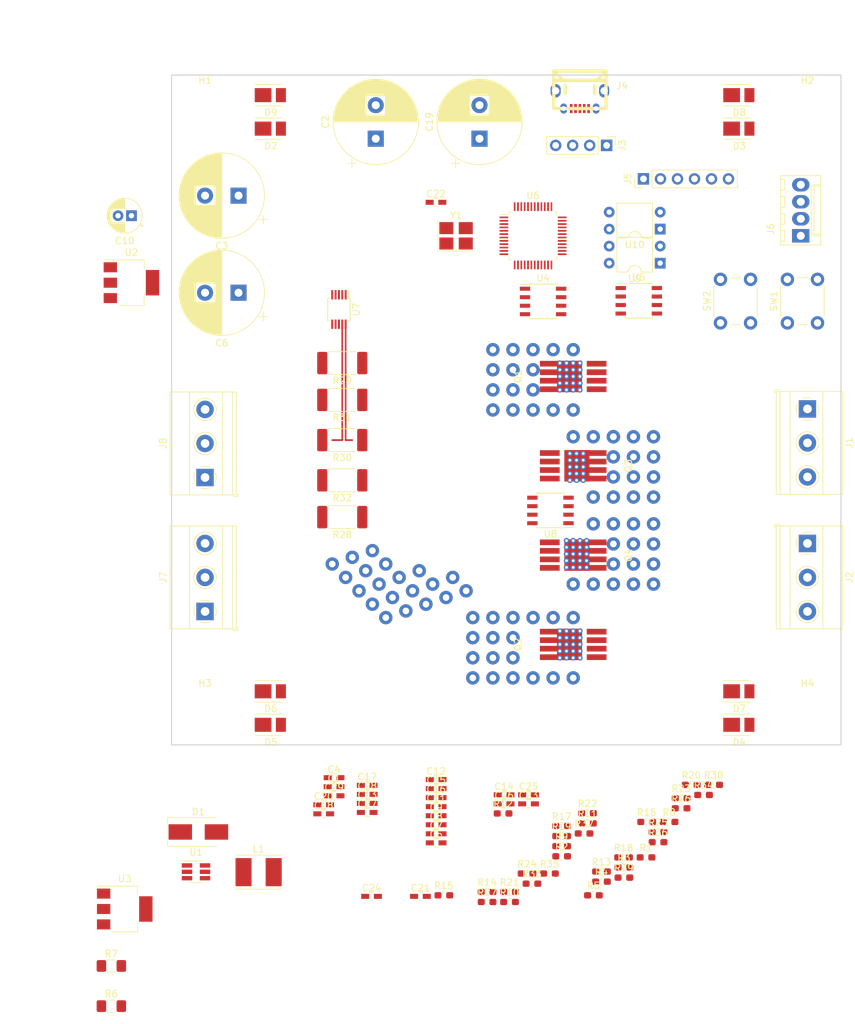
<source format=kicad_pcb>
(kicad_pcb (version 20171130) (host pcbnew "(5.0.1)")
  (layers (0 F.Cu signal) (31 B.Cu signal) (34 B.Paste user) (35 F.Paste user) (36 B.SilkS user) (37 F.SilkS user) (38 B.Mask user hide) (39 F.Mask user hide) (44 Edge.Cuts user))
  (net 0 "")
  (net 1 +VSW)
  (net 2 GND)
  (net 3 "Net-(C3-Pad1)")
  (net 4 /VBOOT_MON)
  (net 5 "Net-(C6-Pad1)")
  (net 6 +5V)
  (net 7 +3V3)
  (net 8 "Net-(C15-Pad1)")
  (net 9 "Net-(C20-Pad2)")
  (net 10 /VIN_MON)
  (net 11 "Net-(C22-Pad1)")
  (net 12 "Net-(D1-Pad2)")
  (net 13 "Net-(D2-Pad2)")
  (net 14 "Net-(D3-Pad2)")
  (net 15 "Net-(D4-Pad2)")
  (net 16 "Net-(D5-Pad2)")
  (net 17 "Net-(D6-Pad2)")
  (net 18 "Net-(D7-Pad2)")
  (net 19 "Net-(D8-Pad2)")
  (net 20 "Net-(D9-Pad2)")
  (net 21 /UART_TX)
  (net 22 /UART_RX)
  (net 23 "Net-(J4-Pad4)")
  (net 24 "Net-(J4-Pad1)")
  (net 25 "Net-(J4-Pad2)")
  (net 26 "Net-(J4-Pad3)")
  (net 27 "Net-(J5-Pad1)")
  (net 28 "Net-(J5-Pad2)")
  (net 29 "Net-(J5-Pad3)")
  (net 30 "Net-(J5-Pad4)")
  (net 31 /ISO_5V)
  (net 32 /ISO_GND)
  (net 33 /SCL_LCD)
  (net 34 /SDA_LCD)
  (net 35 "Net-(R2-Pad1)")
  (net 36 "Net-(R10-Pad1)")
  (net 37 /LED0)
  (net 38 /LED1)
  (net 39 /LED2)
  (net 40 /LED3)
  (net 41 /LED4)
  (net 42 /LED5)
  (net 43 /LED6)
  (net 44 /LED7)
  (net 45 /USB_DP)
  (net 46 /USB_DM)
  (net 47 /SDA_INA)
  (net 48 /SCL_INA)
  (net 49 "Net-(R33-Pad2)")
  (net 50 "Net-(R35-Pad1)")
  (net 51 "Net-(R36-Pad1)")
  (net 52 /SW0)
  (net 53 /SW1)
  (net 54 /DRV_A)
  (net 55 /DRV_B)
  (net 56 "Net-(U6-Pad2)")
  (net 57 "Net-(U6-Pad3)")
  (net 58 "Net-(U6-Pad4)")
  (net 59 "Net-(U6-Pad12)")
  (net 60 "Net-(U6-Pad25)")
  (net 61 "Net-(U6-Pad34)")
  (net 62 "Net-(U6-Pad37)")
  (net 63 "Net-(U6-Pad38)")
  (net 64 "Net-(U6-Pad39)")
  (net 65 "Net-(U6-Pad40)")
  (net 66 "Net-(U6-Pad41)")
  (net 67 "Net-(U6-Pad45)")
  (net 68 "Net-(U6-Pad46)")
  (net 69 "Net-(U7-Pad3)")
  (net 70 "Net-(U8-Pad3)")
  (net 71 /DRV1F)
  (net 72 /DRV2F)
  (net 73 /DRV3F)
  (net 74 /DRV4F)
  (net 75 /OUT_A)
  (net 76 /OUT_B)
  (net 77 /VIN)
  (net 78 /GND_MEAS)
  (net 79 /DRV1)
  (net 80 /DRV2)
  (net 81 /DRV3)
  (net 82 /DRV4)
  (net 83 /CTRL_B)
  (net 84 /CTRL_A)
  (module "footprints:Toshiba SOP Advance" (layer F.Cu) (at 130 100 90)
    (fp_text reference Q1 (at 0 -8.255 90) (layer F.SilkS))
    (fp_text value TPHR6503PL)
    (pad 1 smd rect (at 0 -0.55 90) (size 4.7 3.75) (layers F.Cu F.Paste F.Mask) (net 77 /VIN))
    (pad 3 smd rect (at -1.905 3.5 90) (size 0.85 2.95) (layers F.Cu F.Paste F.Mask) (net 75 /OUT_A))
    (pad 3 smd rect (at -0.635 3.5 90) (size 0.85 2.95) (layers F.Cu F.Paste F.Mask) (net 75 /OUT_A))
    (pad 3 smd rect (at 0.635 3.5 90) (size 0.85 2.95) (layers F.Cu F.Paste F.Mask) (net 75 /OUT_A))
    (pad 2 smd rect (at 1.905 3.5 90) (size 0.85 2.95) (layers F.Cu F.Paste F.Mask) (net 71 /DRV1F))
    (pad 1 smd rect (at 1.905 -3.475 90) (size 0.85 3) (layers F.Cu F.Paste F.Mask) (net 77 /VIN))
    (pad 1 smd rect (at 0.635 -3.475 90) (size 0.85 3) (layers F.Cu F.Paste F.Mask) (net 77 /VIN))
    (pad 1 smd rect (at -0.635 -3.475 90) (size 0.85 3) (layers F.Cu F.Paste F.Mask) (net 77 /VIN))
    (pad 1 smd rect (at -1.905 -3.475 90) (size 0.85 3) (layers F.Cu F.Paste F.Mask) (net 77 /VIN))
  )
  (module "footprints:Toshiba SOP Advance" (layer F.Cu) (at 130 140 90)
    (fp_text reference Q2 (at 0 -8.255 90) (layer F.SilkS))
    (fp_text value TPHR6503PL)
    (pad 1 smd rect (at 0 -0.55 90) (size 4.7 3.75) (layers F.Cu F.Paste F.Mask) (net 77 /VIN))
    (pad 3 smd rect (at -1.905 3.5 90) (size 0.85 2.95) (layers F.Cu F.Paste F.Mask) (net 76 /OUT_B))
    (pad 3 smd rect (at -0.635 3.5 90) (size 0.85 2.95) (layers F.Cu F.Paste F.Mask) (net 76 /OUT_B))
    (pad 3 smd rect (at 0.635 3.5 90) (size 0.85 2.95) (layers F.Cu F.Paste F.Mask) (net 76 /OUT_B))
    (pad 2 smd rect (at 1.905 3.5 90) (size 0.85 2.95) (layers F.Cu F.Paste F.Mask) (net 72 /DRV2F))
    (pad 1 smd rect (at 1.905 -3.475 90) (size 0.85 3) (layers F.Cu F.Paste F.Mask) (net 77 /VIN))
    (pad 1 smd rect (at 0.635 -3.475 90) (size 0.85 3) (layers F.Cu F.Paste F.Mask) (net 77 /VIN))
    (pad 1 smd rect (at -0.635 -3.475 90) (size 0.85 3) (layers F.Cu F.Paste F.Mask) (net 77 /VIN))
    (pad 1 smd rect (at -1.905 -3.475 90) (size 0.85 3) (layers F.Cu F.Paste F.Mask) (net 77 /VIN))
  )
  (module "footprints:Toshiba SOP Advance" (layer F.Cu) (at 130 113.3333 270)
    (fp_text reference Q3 (at 0 -8.255 270) (layer F.SilkS))
    (fp_text value TPHR6503PL)
    (pad 1 smd rect (at 0 -0.55 270) (size 4.7 3.75) (layers F.Cu F.Paste F.Mask) (net 75 /OUT_A))
    (pad 3 smd rect (at -1.905 3.5 270) (size 0.85 2.95) (layers F.Cu F.Paste F.Mask) (net 78 /GND_MEAS))
    (pad 3 smd rect (at -0.635 3.5 270) (size 0.85 2.95) (layers F.Cu F.Paste F.Mask) (net 78 /GND_MEAS))
    (pad 3 smd rect (at 0.635 3.5 270) (size 0.85 2.95) (layers F.Cu F.Paste F.Mask) (net 78 /GND_MEAS))
    (pad 2 smd rect (at 1.905 3.5 270) (size 0.85 2.95) (layers F.Cu F.Paste F.Mask) (net 73 /DRV3F))
    (pad 1 smd rect (at 1.905 -3.475 270) (size 0.85 3) (layers F.Cu F.Paste F.Mask) (net 75 /OUT_A))
    (pad 1 smd rect (at 0.635 -3.475 270) (size 0.85 3) (layers F.Cu F.Paste F.Mask) (net 75 /OUT_A))
    (pad 1 smd rect (at -0.635 -3.475 270) (size 0.85 3) (layers F.Cu F.Paste F.Mask) (net 75 /OUT_A))
    (pad 1 smd rect (at -1.905 -3.475 270) (size 0.85 3) (layers F.Cu F.Paste F.Mask) (net 75 /OUT_A))
  )
  (module "footprints:Toshiba SOP Advance" (layer F.Cu) (at 130 126.6667 270)
    (fp_text reference Q4 (at 0 -8.255 270) (layer F.SilkS))
    (fp_text value TPHR6503PL)
    (pad 1 smd rect (at 0 -0.55 270) (size 4.7 3.75) (layers F.Cu F.Paste F.Mask) (net 76 /OUT_B))
    (pad 3 smd rect (at -1.905 3.5 270) (size 0.85 2.95) (layers F.Cu F.Paste F.Mask) (net 78 /GND_MEAS))
    (pad 3 smd rect (at -0.635 3.5 270) (size 0.85 2.95) (layers F.Cu F.Paste F.Mask) (net 78 /GND_MEAS))
    (pad 3 smd rect (at 0.635 3.5 270) (size 0.85 2.95) (layers F.Cu F.Paste F.Mask) (net 78 /GND_MEAS))
    (pad 2 smd rect (at 1.905 3.5 270) (size 0.85 2.95) (layers F.Cu F.Paste F.Mask) (net 74 /DRV4F))
    (pad 1 smd rect (at 1.905 -3.475 270) (size 0.85 3) (layers F.Cu F.Paste F.Mask) (net 76 /OUT_B))
    (pad 1 smd rect (at 0.635 -3.475 270) (size 0.85 3) (layers F.Cu F.Paste F.Mask) (net 76 /OUT_B))
    (pad 1 smd rect (at -0.635 -3.475 270) (size 0.85 3) (layers F.Cu F.Paste F.Mask) (net 76 /OUT_B))
    (pad 1 smd rect (at -1.905 -3.475 270) (size 0.85 3) (layers F.Cu F.Paste F.Mask) (net 76 /OUT_B))
  )
  (module Capacitors_SMD:C_0603_HandSoldering (layer F.Cu) (at 94.275001 161.245001)
    (fp_text reference C1 (at 0 -1.25) (layer F.SilkS))
    (fp_text value 10u)
    (pad 1 smd rect (at -0.95 0) (size 1.2 0.75) (layers F.Cu F.Paste F.Mask) (net 1 +VSW))
    (pad 2 smd rect (at 0.95 0) (size 1.2 0.75) (layers F.Cu F.Paste F.Mask) (net 2 GND))
  )
  (module Capacitor_THT:CP_Radial_D12.5mm_P5.00mm (layer F.Cu) (at 100.5 64.5 90)
    (fp_text reference C2 (at 2.5 -7.5 90) (layer F.SilkS))
    (fp_text value 470u)
    (pad 1 thru_hole rect (at 0 0 90) (size 2.4 2.4) (drill 1.2) (layers *.Cu *.Mask) (net 1 +VSW))
    (pad 2 thru_hole circle (at 5 0 90) (size 2.4 2.4) (drill 1.2) (layers *.Cu *.Mask) (net 2 GND))
  )
  (module Capacitor_THT:CP_Radial_D12.5mm_P5.00mm (layer F.Cu) (at 80 73 180)
    (fp_text reference C3 (at 2.5 -7.5 180) (layer F.SilkS))
    (fp_text value 470u)
    (pad 1 thru_hole rect (at 0 0 180) (size 2.4 2.4) (drill 1.2) (layers *.Cu *.Mask) (net 3 "Net-(C3-Pad1)"))
    (pad 2 thru_hole circle (at 5 0 180) (size 2.4 2.4) (drill 1.2) (layers *.Cu *.Mask) (net 2 GND))
  )
  (module Capacitors_SMD:C_0603_HandSoldering (layer F.Cu) (at 94.275001 159.895001)
    (fp_text reference C4 (at 0 -1.25) (layer F.SilkS))
    (fp_text value 10u)
    (pad 1 smd rect (at -0.95 0) (size 1.2 0.75) (layers F.Cu F.Paste F.Mask) (net 3 "Net-(C3-Pad1)"))
    (pad 2 smd rect (at 0.95 0) (size 1.2 0.75) (layers F.Cu F.Paste F.Mask) (net 2 GND))
  )
  (module Capacitors_SMD:C_0603_HandSoldering (layer F.Cu) (at 109.525001 169.625001)
    (fp_text reference C5 (at 0 -1.25) (layer F.SilkS))
    (fp_text value 100n)
    (pad 1 smd rect (at -0.95 0) (size 1.2 0.75) (layers F.Cu F.Paste F.Mask) (net 4 /VBOOT_MON))
    (pad 2 smd rect (at 0.95 0) (size 1.2 0.75) (layers F.Cu F.Paste F.Mask) (net 2 GND))
  )
  (module Capacitor_THT:CP_Radial_D12.5mm_P5.00mm (layer F.Cu) (at 80 87.5 180)
    (fp_text reference C6 (at 2.5 -7.5 180) (layer F.SilkS))
    (fp_text value 100u)
    (pad 2 thru_hole circle (at 5 0 180) (size 2.4 2.4) (drill 1.2) (layers *.Cu *.Mask) (net 2 GND))
    (pad 1 thru_hole rect (at 0 0 180) (size 2.4 2.4) (drill 1.2) (layers *.Cu *.Mask) (net 5 "Net-(C6-Pad1)"))
  )
  (module Capacitors_SMD:C_0603_HandSoldering (layer F.Cu) (at 109.525001 168.275001)
    (fp_text reference C7 (at 0 -1.25) (layer F.SilkS))
    (fp_text value 1u)
    (pad 2 smd rect (at 0.95 0) (size 1.2 0.75) (layers F.Cu F.Paste F.Mask) (net 2 GND))
    (pad 1 smd rect (at -0.95 0) (size 1.2 0.75) (layers F.Cu F.Paste F.Mask) (net 5 "Net-(C6-Pad1)"))
  )
  (module Capacitors_SMD:C_0603_HandSoldering (layer F.Cu) (at 109.525001 166.925001)
    (fp_text reference C8 (at 0 -1.25) (layer F.SilkS))
    (fp_text value 1u)
    (pad 1 smd rect (at -0.95 0) (size 1.2 0.75) (layers F.Cu F.Paste F.Mask) (net 6 +5V))
    (pad 2 smd rect (at 0.95 0) (size 1.2 0.75) (layers F.Cu F.Paste F.Mask) (net 2 GND))
  )
  (module Capacitors_SMD:C_0603_HandSoldering (layer F.Cu) (at 109.525001 165.575001)
    (fp_text reference C9 (at 0 -1.25) (layer F.SilkS))
    (fp_text value 10u)
    (pad 1 smd rect (at -0.95 0) (size 1.2 0.75) (layers F.Cu F.Paste F.Mask) (net 6 +5V))
    (pad 2 smd rect (at 0.95 0) (size 1.2 0.75) (layers F.Cu F.Paste F.Mask) (net 2 GND))
  )
  (module Capacitor_THT:CP_Radial_D5.0mm_P2.00mm (layer F.Cu) (at 64 76 180)
    (fp_text reference C10 (at 1 -3.75 180) (layer F.SilkS))
    (fp_text value 22u)
    (pad 1 thru_hole rect (at 0 0 180) (size 1.6 1.6) (drill 0.8) (layers *.Cu *.Mask) (net 6 +5V))
    (pad 2 thru_hole circle (at 2 0 180) (size 1.6 1.6) (drill 0.8) (layers *.Cu *.Mask) (net 2 GND))
  )
  (module Capacitors_SMD:C_0603_HandSoldering (layer F.Cu) (at 109.525001 164.225001)
    (fp_text reference C11 (at 0 -1.25) (layer F.SilkS))
    (fp_text value 100n)
    (pad 2 smd rect (at 0.95 0) (size 1.2 0.75) (layers F.Cu F.Paste F.Mask) (net 2 GND))
    (pad 1 smd rect (at -0.95 0) (size 1.2 0.75) (layers F.Cu F.Paste F.Mask) (net 7 +3V3))
  )
  (module Capacitors_SMD:C_0603_HandSoldering (layer F.Cu) (at 109.525001 160.175001)
    (fp_text reference C12 (at 0 -1.25) (layer F.SilkS))
    (fp_text value 100n)
    (pad 1 smd rect (at -0.95 0) (size 1.2 0.75) (layers F.Cu F.Paste F.Mask) (net 7 +3V3))
    (pad 2 smd rect (at 0.95 0) (size 1.2 0.75) (layers F.Cu F.Paste F.Mask) (net 2 GND))
  )
  (module Capacitors_SMD:C_0603_HandSoldering (layer F.Cu) (at 99.225001 163.735001)
    (fp_text reference C13 (at 0 -1.25) (layer F.SilkS))
    (fp_text value 100n)
    (pad 2 smd rect (at 0.95 0) (size 1.2 0.75) (layers F.Cu F.Paste F.Mask) (net 2 GND))
    (pad 1 smd rect (at -0.95 0) (size 1.2 0.75) (layers F.Cu F.Paste F.Mask) (net 7 +3V3))
  )
  (module Capacitors_SMD:C_0603_HandSoldering (layer F.Cu) (at 119.675001 162.455001)
    (fp_text reference C14 (at 0 -1.25) (layer F.SilkS))
    (fp_text value 100n)
    (pad 1 smd rect (at -0.95 0) (size 1.2 0.75) (layers F.Cu F.Paste F.Mask) (net 7 +3V3))
    (pad 2 smd rect (at 0.95 0) (size 1.2 0.75) (layers F.Cu F.Paste F.Mask) (net 2 GND))
  )
  (module Capacitors_SMD:C_0603_HandSoldering (layer F.Cu) (at 109.525001 161.525001)
    (fp_text reference C15 (at 0 -1.25) (layer F.SilkS))
    (fp_text value 100u)
    (pad 1 smd rect (at -0.95 0) (size 1.2 0.75) (layers F.Cu F.Paste F.Mask) (net 8 "Net-(C15-Pad1)"))
    (pad 2 smd rect (at 0.95 0) (size 1.2 0.75) (layers F.Cu F.Paste F.Mask) (net 2 GND))
  )
  (module Capacitors_SMD:C_0603_HandSoldering (layer F.Cu) (at 109.525001 162.875001)
    (fp_text reference C16 (at 0 -1.25) (layer F.SilkS))
    (fp_text value 1u)
    (pad 1 smd rect (at -0.95 0) (size 1.2 0.75) (layers F.Cu F.Paste F.Mask) (net 8 "Net-(C15-Pad1)"))
    (pad 2 smd rect (at 0.95 0) (size 1.2 0.75) (layers F.Cu F.Paste F.Mask) (net 2 GND))
  )
  (module Capacitors_SMD:C_0603_HandSoldering (layer F.Cu) (at 99.225001 161.035001)
    (fp_text reference C17 (at 0 -1.25) (layer F.SilkS))
    (fp_text value 1u)
    (pad 2 smd rect (at 0.95 0) (size 1.2 0.75) (layers F.Cu F.Paste F.Mask) (net 2 GND))
    (pad 1 smd rect (at -0.95 0) (size 1.2 0.75) (layers F.Cu F.Paste F.Mask) (net 7 +3V3))
  )
  (module Capacitors_SMD:C_0603_HandSoldering (layer F.Cu) (at 92.725001 165.295001)
    (fp_text reference C18 (at 0 -1.25) (layer F.SilkS))
    (fp_text value 10u)
    (pad 2 smd rect (at 0.95 0) (size 1.2 0.75) (layers F.Cu F.Paste F.Mask) (net 2 GND))
    (pad 1 smd rect (at -0.95 0) (size 1.2 0.75) (layers F.Cu F.Paste F.Mask) (net 7 +3V3))
  )
  (module Capacitor_THT:CP_Radial_D12.5mm_P5.00mm (layer F.Cu) (at 116 64.5 90)
    (fp_text reference C19 (at 2.5 -7.5 90) (layer F.SilkS))
    (fp_text value 470u)
    (pad 2 thru_hole circle (at 5 0 90) (size 2.4 2.4) (drill 1.2) (layers *.Cu *.Mask) (net 2 GND))
    (pad 1 thru_hole rect (at 0 0 90) (size 2.4 2.4) (drill 1.2) (layers *.Cu *.Mask) (net 7 +3V3))
  )
  (module Capacitors_SMD:C_0603_HandSoldering (layer F.Cu) (at 92.725001 163.945001)
    (fp_text reference C20 (at 0 -1.25) (layer F.SilkS))
    (fp_text value 12p)
    (pad 2 smd rect (at 0.95 0) (size 1.2 0.75) (layers F.Cu F.Paste F.Mask) (net 9 "Net-(C20-Pad2)"))
    (pad 1 smd rect (at -0.95 0) (size 1.2 0.75) (layers F.Cu F.Paste F.Mask) (net 2 GND))
  )
  (module Capacitors_SMD:C_0603_HandSoldering (layer F.Cu) (at 107.175001 177.615001)
    (fp_text reference C21 (at 0 -1.25) (layer F.SilkS))
    (fp_text value 100n)
    (pad 2 smd rect (at 0.95 0) (size 1.2 0.75) (layers F.Cu F.Paste F.Mask) (net 2 GND))
    (pad 1 smd rect (at -0.95 0) (size 1.2 0.75) (layers F.Cu F.Paste F.Mask) (net 10 /VIN_MON))
  )
  (module Capacitors_SMD:C_0603_HandSoldering (layer F.Cu) (at 109.5 74)
    (fp_text reference C22 (at 0 -1.25) (layer F.SilkS))
    (fp_text value 12p)
    (pad 1 smd rect (at -0.95 0) (size 1.2 0.75) (layers F.Cu F.Paste F.Mask) (net 11 "Net-(C22-Pad1)"))
    (pad 2 smd rect (at 0.95 0) (size 1.2 0.75) (layers F.Cu F.Paste F.Mask) (net 2 GND))
  )
  (module Capacitors_SMD:C_0603_HandSoldering (layer F.Cu) (at 123.325001 163.805001)
    (fp_text reference C23 (at 0 -1.25) (layer F.SilkS))
    (fp_text value 100n)
    (pad 2 smd rect (at 0.95 0) (size 1.2 0.75) (layers F.Cu F.Paste F.Mask) (net 2 GND))
    (pad 1 smd rect (at -0.95 0) (size 1.2 0.75) (layers F.Cu F.Paste F.Mask) (net 1 +VSW))
  )
  (module Capacitors_SMD:C_0603_HandSoldering (layer F.Cu) (at 99.875001 177.615001)
    (fp_text reference C24 (at 0 -1.25) (layer F.SilkS))
    (fp_text value 100n)
    (pad 1 smd rect (at -0.95 0) (size 1.2 0.75) (layers F.Cu F.Paste F.Mask) (net 1 +VSW))
    (pad 2 smd rect (at 0.95 0) (size 1.2 0.75) (layers F.Cu F.Paste F.Mask) (net 2 GND))
  )
  (module Capacitors_SMD:C_0603_HandSoldering (layer F.Cu) (at 123.325001 162.455001)
    (fp_text reference C25 (at 0 -1.25) (layer F.SilkS))
    (fp_text value 0)
    (pad 2 smd rect (at 0.95 0) (size 1.2 0.75) (layers F.Cu F.Paste F.Mask) (net 2 GND))
    (pad 1 smd rect (at -0.95 0) (size 1.2 0.75) (layers F.Cu F.Paste F.Mask) (net 71 /DRV1F))
  )
  (module Capacitors_SMD:C_0603_HandSoldering (layer F.Cu) (at 119.675001 163.805001)
    (fp_text reference C26 (at 0 -1.25) (layer F.SilkS))
    (fp_text value 0)
    (pad 2 smd rect (at 0.95 0) (size 1.2 0.75) (layers F.Cu F.Paste F.Mask) (net 2 GND))
    (pad 1 smd rect (at -0.95 0) (size 1.2 0.75) (layers F.Cu F.Paste F.Mask) (net 72 /DRV2F))
  )
  (module Capacitors_SMD:C_0603_HandSoldering (layer F.Cu) (at 99.225001 165.085001)
    (fp_text reference C27 (at 0 -1.25) (layer F.SilkS))
    (fp_text value 0)
    (pad 1 smd rect (at -0.95 0) (size 1.2 0.75) (layers F.Cu F.Paste F.Mask) (net 2 GND))
    (pad 2 smd rect (at 0.95 0) (size 1.2 0.75) (layers F.Cu F.Paste F.Mask) (net 73 /DRV3F))
  )
  (module Capacitors_SMD:C_0603_HandSoldering (layer F.Cu) (at 99.225001 162.385001)
    (fp_text reference C28 (at 0 -1.25) (layer F.SilkS))
    (fp_text value 0)
    (pad 2 smd rect (at 0.95 0) (size 1.2 0.75) (layers F.Cu F.Paste F.Mask) (net 74 /DRV4F))
    (pad 1 smd rect (at -0.95 0) (size 1.2 0.75) (layers F.Cu F.Paste F.Mask) (net 2 GND))
  )
  (module Capacitors_SMD:C_0603_HandSoldering (layer F.Cu) (at 94.275001 162.595001)
    (fp_text reference C29 (at 0 -1.25) (layer F.SilkS))
    (fp_text value 100n)
    (pad 2 smd rect (at 0.95 0) (size 1.2 0.75) (layers F.Cu F.Paste F.Mask) (net 2 GND))
    (pad 1 smd rect (at -0.95 0) (size 1.2 0.75) (layers F.Cu F.Paste F.Mask) (net 7 +3V3))
  )
  (module Diode_SMD:D_SMB_Handsoldering (layer F.Cu) (at 74 168)
    (fp_text reference D1 (at 0 -3) (layer F.SilkS))
    (fp_text value "2A schottky")
    (pad 1 smd rect (at -2.7 0) (size 3.5 2.3) (layers F.Cu F.Paste F.Mask) (net 1 +VSW))
    (pad 2 smd rect (at 2.7 0) (size 3.5 2.3) (layers F.Cu F.Paste F.Mask) (net 12 "Net-(D1-Pad2)"))
  )
  (module LED_SMD:LED_PLCC_2835_Handsoldering (layer F.Cu) (at 85 63)
    (fp_text reference D2 (at -0.18 2.6) (layer F.SilkS))
    (fp_text value cyan)
    (pad 2 smd rect (at 1.33 0 180) (size 1.5 2.1) (layers F.Cu F.Paste F.Mask) (net 13 "Net-(D2-Pad2)"))
    (pad 1 smd rect (at -1.33 0 180) (size 2.5 2.1) (layers F.Cu F.Paste F.Mask) (net 2 GND))
  )
  (module LED_SMD:LED_PLCC_2835_Handsoldering (layer F.Cu) (at 155 63)
    (fp_text reference D3 (at -0.18 2.6) (layer F.SilkS))
    (fp_text value cyan)
    (pad 1 smd rect (at -1.33 0 180) (size 2.5 2.1) (layers F.Cu F.Paste F.Mask) (net 2 GND))
    (pad 2 smd rect (at 1.33 0 180) (size 1.5 2.1) (layers F.Cu F.Paste F.Mask) (net 14 "Net-(D3-Pad2)"))
  )
  (module LED_SMD:LED_PLCC_2835_Handsoldering (layer F.Cu) (at 155 152)
    (fp_text reference D4 (at -0.18 2.6) (layer F.SilkS))
    (fp_text value cyan)
    (pad 1 smd rect (at -1.33 0 180) (size 2.5 2.1) (layers F.Cu F.Paste F.Mask) (net 2 GND))
    (pad 2 smd rect (at 1.33 0 180) (size 1.5 2.1) (layers F.Cu F.Paste F.Mask) (net 15 "Net-(D4-Pad2)"))
  )
  (module LED_SMD:LED_PLCC_2835_Handsoldering (layer F.Cu) (at 85 152)
    (fp_text reference D5 (at -0.18 2.6) (layer F.SilkS))
    (fp_text value cyan)
    (pad 2 smd rect (at 1.33 0 180) (size 1.5 2.1) (layers F.Cu F.Paste F.Mask) (net 16 "Net-(D5-Pad2)"))
    (pad 1 smd rect (at -1.33 0 180) (size 2.5 2.1) (layers F.Cu F.Paste F.Mask) (net 2 GND))
  )
  (module LED_SMD:LED_PLCC_2835_Handsoldering (layer F.Cu) (at 85 147)
    (fp_text reference D6 (at -0.18 2.6) (layer F.SilkS))
    (fp_text value pink)
    (pad 2 smd rect (at 1.33 0 180) (size 1.5 2.1) (layers F.Cu F.Paste F.Mask) (net 17 "Net-(D6-Pad2)"))
    (pad 1 smd rect (at -1.33 0 180) (size 2.5 2.1) (layers F.Cu F.Paste F.Mask) (net 2 GND))
  )
  (module LED_SMD:LED_PLCC_2835_Handsoldering (layer F.Cu) (at 155 147)
    (fp_text reference D7 (at -0.18 2.6) (layer F.SilkS))
    (fp_text value pink)
    (pad 1 smd rect (at -1.33 0 180) (size 2.5 2.1) (layers F.Cu F.Paste F.Mask) (net 2 GND))
    (pad 2 smd rect (at 1.33 0 180) (size 1.5 2.1) (layers F.Cu F.Paste F.Mask) (net 18 "Net-(D7-Pad2)"))
  )
  (module LED_SMD:LED_PLCC_2835_Handsoldering (layer F.Cu) (at 155 58)
    (fp_text reference D8 (at -0.18 2.6) (layer F.SilkS))
    (fp_text value pink)
    (pad 2 smd rect (at 1.33 0 180) (size 1.5 2.1) (layers F.Cu F.Paste F.Mask) (net 19 "Net-(D8-Pad2)"))
    (pad 1 smd rect (at -1.33 0 180) (size 2.5 2.1) (layers F.Cu F.Paste F.Mask) (net 2 GND))
  )
  (module LED_SMD:LED_PLCC_2835_Handsoldering (layer F.Cu) (at 85 58)
    (fp_text reference D9 (at -0.18 2.6) (layer F.SilkS))
    (fp_text value pink)
    (pad 1 smd rect (at -1.33 0 180) (size 2.5 2.1) (layers F.Cu F.Paste F.Mask) (net 2 GND))
    (pad 2 smd rect (at 1.33 0 180) (size 1.5 2.1) (layers F.Cu F.Paste F.Mask) (net 20 "Net-(D9-Pad2)"))
  )
  (module TerminalBlock_Phoenix:TerminalBlock_Phoenix_MKDS-1,5-3-5.08_1x03_P5.08mm_Horizontal (layer F.Cu) (at 165 104.84 270)
    (fp_text reference J1 (at 5.08 -6.26 270) (layer F.SilkS))
    (fp_text value OUT_A)
    (pad 1 thru_hole rect (at 0 0 270) (size 2.6 2.6) (drill 1.3) (layers *.Cu *.Mask) (net 75 /OUT_A))
    (pad 2 thru_hole circle (at 5.08 0 270) (size 2.6 2.6) (drill 1.3) (layers *.Cu *.Mask) (net 75 /OUT_A))
    (pad 3 thru_hole circle (at 10.16 0 270) (size 2.6 2.6) (drill 1.3) (layers *.Cu *.Mask) (net 75 /OUT_A))
  )
  (module TerminalBlock_Phoenix:TerminalBlock_Phoenix_MKDS-1,5-3-5.08_1x03_P5.08mm_Horizontal (layer F.Cu) (at 165 124.92 270)
    (fp_text reference J2 (at 5.08 -6.26 270) (layer F.SilkS))
    (fp_text value OUT_B)
    (pad 3 thru_hole circle (at 10.16 0 270) (size 2.6 2.6) (drill 1.3) (layers *.Cu *.Mask) (net 76 /OUT_B))
    (pad 2 thru_hole circle (at 5.08 0 270) (size 2.6 2.6) (drill 1.3) (layers *.Cu *.Mask) (net 76 /OUT_B))
    (pad 1 thru_hole rect (at 0 0 270) (size 2.6 2.6) (drill 1.3) (layers *.Cu *.Mask) (net 76 /OUT_B))
  )
  (module footprints:microusb_ali_dovetail (layer F.Cu) (at 131 60)
    (fp_text reference J4 (at 6.3 -3.4) (layer F.SilkS))
    (fp_text value USB_B_Micro hide)
    (pad 5 smd rect (at -1.3 0) (size 0.4 1.35) (layers F.Cu F.Paste F.Mask) (net 2 GND))
    (pad 4 smd rect (at -0.65 0) (size 0.4 1.35) (layers F.Cu F.Paste F.Mask) (net 23 "Net-(J4-Pad4)"))
    (pad 1 smd rect (at 1.3 0) (size 0.4 1.35) (layers F.Cu F.Paste F.Mask) (net 24 "Net-(J4-Pad1)"))
    (pad 2 smd rect (at 0.65 0) (size 0.4 1.35) (layers F.Cu F.Paste F.Mask) (net 25 "Net-(J4-Pad2)"))
    (pad 3 smd rect (at 0 0) (size 0.4 1.35) (layers F.Cu F.Paste F.Mask) (net 26 "Net-(J4-Pad3)"))
    (pad 6 thru_hole oval (at 3.625 -2.65) (size 1.5 2) (drill 1.1) (layers *.Cu *.Mask) (net 2 GND))
    (pad 6 thru_hole oval (at 2.425 0) (size 1 1.5) (drill 0.7) (layers *.Cu *.Mask) (net 2 GND))
    (pad 6 thru_hole oval (at -2.425 0) (size 1 1.5) (drill 0.7) (layers *.Cu *.Mask) (net 2 GND))
    (pad 6 thru_hole oval (at -3.625 -2.65) (size 1.5 2) (drill 1.1) (layers *.Cu *.Mask) (net 2 GND))
  )
  (module Connectors_Molex:Molex_KK-6410-04_04x2.54mm_Straight (layer F.Cu) (at 164 79 90)
    (fp_text reference J6 (at 1 -4.5 90) (layer F.SilkS))
    (fp_text value "1602 I2C LCD")
    (pad 1 thru_hole rect (at 0 0 90) (size 2 2.6) (drill 1.2) (layers *.Cu *.Mask) (net 33 /SCL_LCD))
    (pad 2 thru_hole oval (at 2.54 0 90) (size 2 2.6) (drill 1.2) (layers *.Cu *.Mask) (net 34 /SDA_LCD))
    (pad 3 thru_hole oval (at 5.08 0 90) (size 2 2.6) (drill 1.2) (layers *.Cu *.Mask) (net 6 +5V))
    (pad 4 thru_hole oval (at 7.62 0 90) (size 2 2.6) (drill 1.2) (layers *.Cu *.Mask) (net 2 GND))
  )
  (module TerminalBlock_Phoenix:TerminalBlock_Phoenix_MKDS-1,5-3-5.08_1x03_P5.08mm_Horizontal (layer F.Cu) (at 75 135.08 90)
    (fp_text reference J7 (at 5.08 -6.26 90) (layer F.SilkS))
    (fp_text value IN_VCC)
    (pad 3 thru_hole circle (at 10.16 0 90) (size 2.6 2.6) (drill 1.3) (layers *.Cu *.Mask) (net 77 /VIN))
    (pad 2 thru_hole circle (at 5.08 0 90) (size 2.6 2.6) (drill 1.3) (layers *.Cu *.Mask) (net 77 /VIN))
    (pad 1 thru_hole rect (at 0 0 90) (size 2.6 2.6) (drill 1.3) (layers *.Cu *.Mask) (net 77 /VIN))
  )
  (module TerminalBlock_Phoenix:TerminalBlock_Phoenix_MKDS-1,5-3-5.08_1x03_P5.08mm_Horizontal (layer F.Cu) (at 75 115.08 90)
    (fp_text reference J8 (at 5.08 -6.26 90) (layer F.SilkS))
    (fp_text value IN_GND)
    (pad 1 thru_hole rect (at 0 0 90) (size 2.6 2.6) (drill 1.3) (layers *.Cu *.Mask) (net 2 GND))
    (pad 2 thru_hole circle (at 5.08 0 90) (size 2.6 2.6) (drill 1.3) (layers *.Cu *.Mask) (net 2 GND))
    (pad 3 thru_hole circle (at 10.16 0 90) (size 2.6 2.6) (drill 1.3) (layers *.Cu *.Mask) (net 2 GND))
  )
  (module Inductor_SMD:L_Taiyo-Yuden_NR-50xx_HandSoldering (layer F.Cu) (at 83 174)
    (fp_text reference L1 (at 0 -3.45) (layer F.SilkS))
    (fp_text value 10u)
    (pad 1 smd rect (at -2.25 0) (size 2.4 4.2) (layers F.Cu F.Paste F.Mask) (net 3 "Net-(C3-Pad1)"))
    (pad 2 smd rect (at 2.25 0) (size 2.4 4.2) (layers F.Cu F.Paste F.Mask) (net 12 "Net-(D1-Pad2)"))
  )
  (module Resistor_SMD:R_0603_1608Metric_Pad1.05x0.95mm_HandSolder (layer F.Cu) (at 140.875001 171.795001)
    (fp_text reference R1 (at 0 -1.43) (layer F.SilkS))
    (fp_text value "10R .5W")
    (pad 2 smd roundrect (at 0.875 0) (size 1.05 0.95) (layers F.Cu F.Paste F.Mask) (net 3 "Net-(C3-Pad1)"))
    (pad 1 smd roundrect (at -0.875 0) (size 1.05 0.95) (layers F.Cu F.Paste F.Mask) (net 77 /VIN))
  )
  (module Resistor_SMD:R_0603_1608Metric_Pad1.05x0.95mm_HandSolder (layer F.Cu) (at 128.275001 171.635001)
    (fp_text reference R2 (at 0 -1.43) (layer F.SilkS))
    (fp_text value 100k)
    (pad 2 smd roundrect (at 0.875 0) (size 1.05 0.95) (layers F.Cu F.Paste F.Mask) (net 1 +VSW))
    (pad 1 smd roundrect (at -0.875 0) (size 1.05 0.95) (layers F.Cu F.Paste F.Mask) (net 35 "Net-(R2-Pad1)"))
  )
  (module Resistor_SMD:R_0603_1608Metric_Pad1.05x0.95mm_HandSolder (layer F.Cu) (at 137.575001 173.305001)
    (fp_text reference R3 (at 0 -1.43) (layer F.SilkS))
    (fp_text value 47k)
    (pad 1 smd roundrect (at -0.875 0) (size 1.05 0.95) (layers F.Cu F.Paste F.Mask) (net 1 +VSW))
    (pad 2 smd roundrect (at 0.875 0) (size 1.05 0.95) (layers F.Cu F.Paste F.Mask) (net 4 /VBOOT_MON))
  )
  (module Resistor_SMD:R_0603_1608Metric_Pad1.05x0.95mm_HandSolder (layer F.Cu) (at 134.225001 175.415001)
    (fp_text reference R4 (at 0 -1.43) (layer F.SilkS))
    (fp_text value 3k3)
    (pad 2 smd roundrect (at 0.875 0) (size 1.05 0.95) (layers F.Cu F.Paste F.Mask) (net 35 "Net-(R2-Pad1)"))
    (pad 1 smd roundrect (at -0.875 0) (size 1.05 0.95) (layers F.Cu F.Paste F.Mask) (net 2 GND))
  )
  (module Resistor_SMD:R_0603_1608Metric_Pad1.05x0.95mm_HandSolder (layer F.Cu) (at 133.025001 177.455001)
    (fp_text reference R5 (at 0 -1.43) (layer F.SilkS))
    (fp_text value 10k)
    (pad 1 smd roundrect (at -0.875 0) (size 1.05 0.95) (layers F.Cu F.Paste F.Mask) (net 2 GND))
    (pad 2 smd roundrect (at 0.875 0) (size 1.05 0.95) (layers F.Cu F.Paste F.Mask) (net 4 /VBOOT_MON))
  )
  (module Resistor_SMD:R_1206_3216Metric_Pad1.42x1.75mm_HandSolder (layer F.Cu) (at 61 194)
    (fp_text reference R6 (at 0 -1.82) (layer F.SilkS))
    (fp_text value "10R .5W")
    (pad 2 smd roundrect (at 1.4875 0) (size 1.425 1.75) (layers F.Cu F.Paste F.Mask) (roundrect_rratio 0.175439) (net 5 "Net-(C6-Pad1)"))
    (pad 1 smd roundrect (at -1.4875 0) (size 1.425 1.75) (layers F.Cu F.Paste F.Mask) (roundrect_rratio 0.175439) (net 77 /VIN))
  )
  (module Resistor_SMD:R_1206_3216Metric_Pad1.42x1.75mm_HandSolder (layer F.Cu) (at 61 188)
    (fp_text reference R7 (at 0 -1.82) (layer F.SilkS))
    (fp_text value "10R .5W")
    (pad 1 smd roundrect (at -1.4875 0) (size 1.425 1.75) (layers F.Cu F.Paste F.Mask) (roundrect_rratio 0.175439) (net 77 /VIN))
    (pad 2 smd roundrect (at 1.4875 0) (size 1.425 1.75) (layers F.Cu F.Paste F.Mask) (roundrect_rratio 0.175439) (net 8 "Net-(C15-Pad1)"))
  )
  (module Resistor_SMD:R_0603_1608Metric_Pad1.05x0.95mm_HandSolder (layer F.Cu) (at 144.325001 166.505001)
    (fp_text reference R8 (at 0 -1.43) (layer F.SilkS))
    (fp_text value 47k)
    (pad 2 smd roundrect (at 0.875 0) (size 1.05 0.95) (layers F.Cu F.Paste F.Mask) (net 10 /VIN_MON))
    (pad 1 smd roundrect (at -0.875 0) (size 1.05 0.95) (layers F.Cu F.Paste F.Mask) (net 77 /VIN))
  )
  (module Resistor_SMD:R_0603_1608Metric_Pad1.05x0.95mm_HandSolder (layer F.Cu) (at 128.275001 170.125001)
    (fp_text reference R9 (at 0 -1.43) (layer F.SilkS))
    (fp_text value 10k)
    (pad 1 smd roundrect (at -0.875 0) (size 1.05 0.95) (layers F.Cu F.Paste F.Mask) (net 2 GND))
    (pad 2 smd roundrect (at 0.875 0) (size 1.05 0.95) (layers F.Cu F.Paste F.Mask) (net 10 /VIN_MON))
  )
  (module Resistor_SMD:R_0603_1608Metric_Pad1.05x0.95mm_HandSolder (layer F.Cu) (at 120.485001 178.455001)
    (fp_text reference R10 (at 0 -1.43) (layer F.SilkS))
    (fp_text value 10k)
    (pad 2 smd roundrect (at 0.875 0) (size 1.05 0.95) (layers F.Cu F.Paste F.Mask) (net 7 +3V3))
    (pad 1 smd roundrect (at -0.875 0) (size 1.05 0.95) (layers F.Cu F.Paste F.Mask) (net 36 "Net-(R10-Pad1)"))
  )
  (module Resistor_SMD:R_0603_1608Metric_Pad1.05x0.95mm_HandSolder (layer F.Cu) (at 132.135001 166.715001)
    (fp_text reference R11 (at 0 -1.43) (layer F.SilkS))
    (fp_text value 150)
    (pad 1 smd roundrect (at -0.875 0) (size 1.05 0.95) (layers F.Cu F.Paste F.Mask) (net 37 /LED0))
    (pad 2 smd roundrect (at 0.875 0) (size 1.05 0.95) (layers F.Cu F.Paste F.Mask) (net 13 "Net-(D2-Pad2)"))
  )
  (module Resistor_SMD:R_0603_1608Metric_Pad1.05x0.95mm_HandSolder (layer F.Cu) (at 119.525001 165.235001)
    (fp_text reference R12 (at 0 -1.43) (layer F.SilkS))
    (fp_text value 150)
    (pad 2 smd roundrect (at 0.875 0) (size 1.05 0.95) (layers F.Cu F.Paste F.Mask) (net 14 "Net-(D3-Pad2)"))
    (pad 1 smd roundrect (at -0.875 0) (size 1.05 0.95) (layers F.Cu F.Paste F.Mask) (net 38 /LED1))
  )
  (module Resistor_SMD:R_0603_1608Metric_Pad1.05x0.95mm_HandSolder (layer F.Cu) (at 134.225001 173.905001)
    (fp_text reference R13 (at 0 -1.43) (layer F.SilkS))
    (fp_text value 150)
    (pad 1 smd roundrect (at -0.875 0) (size 1.05 0.95) (layers F.Cu F.Paste F.Mask) (net 39 /LED2))
    (pad 2 smd roundrect (at 0.875 0) (size 1.05 0.95) (layers F.Cu F.Paste F.Mask) (net 15 "Net-(D4-Pad2)"))
  )
  (module Resistor_SMD:R_0603_1608Metric_Pad1.05x0.95mm_HandSolder (layer F.Cu) (at 117.135001 176.945001)
    (fp_text reference R14 (at 0 -1.43) (layer F.SilkS))
    (fp_text value 150)
    (pad 2 smd roundrect (at 0.875 0) (size 1.05 0.95) (layers F.Cu F.Paste F.Mask) (net 16 "Net-(D5-Pad2)"))
    (pad 1 smd roundrect (at -0.875 0) (size 1.05 0.95) (layers F.Cu F.Paste F.Mask) (net 40 /LED3))
  )
  (module Resistor_SMD:R_0603_1608Metric_Pad1.05x0.95mm_HandSolder (layer F.Cu) (at 110.675001 177.455001)
    (fp_text reference R15 (at 0 -1.43) (layer F.SilkS))
    (fp_text value 150)
    (pad 1 smd roundrect (at -0.875 0) (size 1.05 0.95) (layers F.Cu F.Paste F.Mask) (net 41 /LED4))
    (pad 2 smd roundrect (at 0.875 0) (size 1.05 0.95) (layers F.Cu F.Paste F.Mask) (net 17 "Net-(D6-Pad2)"))
  )
  (module Resistor_SMD:R_0603_1608Metric_Pad1.05x0.95mm_HandSolder (layer F.Cu) (at 140.975001 166.505001)
    (fp_text reference R16 (at 0 -1.43) (layer F.SilkS))
    (fp_text value 150)
    (pad 2 smd roundrect (at 0.875 0) (size 1.05 0.95) (layers F.Cu F.Paste F.Mask) (net 18 "Net-(D7-Pad2)"))
    (pad 1 smd roundrect (at -0.875 0) (size 1.05 0.95) (layers F.Cu F.Paste F.Mask) (net 42 /LED5))
  )
  (module Resistor_SMD:R_0603_1608Metric_Pad1.05x0.95mm_HandSolder (layer F.Cu) (at 128.275001 167.105001)
    (fp_text reference R17 (at 0 -1.43) (layer F.SilkS))
    (fp_text value 150)
    (pad 1 smd roundrect (at -0.875 0) (size 1.05 0.95) (layers F.Cu F.Paste F.Mask) (net 43 /LED6))
    (pad 2 smd roundrect (at 0.875 0) (size 1.05 0.95) (layers F.Cu F.Paste F.Mask) (net 19 "Net-(D8-Pad2)"))
  )
  (module Resistor_SMD:R_0603_1608Metric_Pad1.05x0.95mm_HandSolder (layer F.Cu) (at 137.525001 171.795001)
    (fp_text reference R18 (at 0 -1.43) (layer F.SilkS))
    (fp_text value 150)
    (pad 2 smd roundrect (at 0.875 0) (size 1.05 0.95) (layers F.Cu F.Paste F.Mask) (net 20 "Net-(D9-Pad2)"))
    (pad 1 smd roundrect (at -0.875 0) (size 1.05 0.95) (layers F.Cu F.Paste F.Mask) (net 44 /LED7))
  )
  (module Resistor_SMD:R_0603_1608Metric_Pad1.05x0.95mm_HandSolder (layer F.Cu) (at 128.275001 168.615001)
    (fp_text reference R19 (at 0 -1.43) (layer F.SilkS))
    (fp_text value 0R)
    (pad 1 smd roundrect (at -0.875 0) (size 1.05 0.95) (layers F.Cu F.Paste F.Mask) (net 71 /DRV1F))
    (pad 2 smd roundrect (at 0.875 0) (size 1.05 0.95) (layers F.Cu F.Paste F.Mask) (net 79 /DRV1))
  )
  (module Resistor_SMD:R_0603_1608Metric_Pad1.05x0.95mm_HandSolder (layer F.Cu) (at 147.635001 160.965001)
    (fp_text reference R20 (at 0 -1.43) (layer F.SilkS))
    (fp_text value 0R)
    (pad 2 smd roundrect (at 0.875 0) (size 1.05 0.95) (layers F.Cu F.Paste F.Mask) (net 80 /DRV2))
    (pad 1 smd roundrect (at -0.875 0) (size 1.05 0.95) (layers F.Cu F.Paste F.Mask) (net 72 /DRV2F))
  )
  (module Resistor_SMD:R_0603_1608Metric_Pad1.05x0.95mm_HandSolder (layer F.Cu) (at 120.485001 176.945001)
    (fp_text reference R21 (at 0 -1.43) (layer F.SilkS))
    (fp_text value 0R)
    (pad 1 smd roundrect (at -0.875 0) (size 1.05 0.95) (layers F.Cu F.Paste F.Mask) (net 73 /DRV3F))
    (pad 2 smd roundrect (at 0.875 0) (size 1.05 0.95) (layers F.Cu F.Paste F.Mask) (net 81 /DRV3))
  )
  (module Resistor_SMD:R_0603_1608Metric_Pad1.05x0.95mm_HandSolder (layer F.Cu) (at 132.135001 165.205001)
    (fp_text reference R22 (at 0 -1.43) (layer F.SilkS))
    (fp_text value 0R)
    (pad 2 smd roundrect (at 0.875 0) (size 1.05 0.95) (layers F.Cu F.Paste F.Mask) (net 82 /DRV4))
    (pad 1 smd roundrect (at -0.875 0) (size 1.05 0.95) (layers F.Cu F.Paste F.Mask) (net 74 /DRV4F))
  )
  (module Resistor_SMD:R_0603_1608Metric_Pad1.05x0.95mm_HandSolder (layer F.Cu) (at 146.125001 162.955001)
    (fp_text reference R23 (at 0 -1.43) (layer F.SilkS))
    (fp_text value 1k5)
    (pad 1 smd roundrect (at -0.875 0) (size 1.05 0.95) (layers F.Cu F.Paste F.Mask) (net 26 "Net-(J4-Pad3)"))
    (pad 2 smd roundrect (at 0.875 0) (size 1.05 0.95) (layers F.Cu F.Paste F.Mask) (net 7 +3V3))
  )
  (module Resistor_SMD:R_0603_1608Metric_Pad1.05x0.95mm_HandSolder (layer F.Cu) (at 123.105001 174.205001)
    (fp_text reference R24 (at 0 -1.43) (layer F.SilkS))
    (fp_text value 22)
    (pad 2 smd roundrect (at 0.875 0) (size 1.05 0.95) (layers F.Cu F.Paste F.Mask) (net 45 /USB_DP))
    (pad 1 smd roundrect (at -0.875 0) (size 1.05 0.95) (layers F.Cu F.Paste F.Mask) (net 26 "Net-(J4-Pad3)"))
  )
  (module Resistor_SMD:R_0603_1608Metric_Pad1.05x0.95mm_HandSolder (layer F.Cu) (at 142.675001 168.015001)
    (fp_text reference R25 (at 0 -1.43) (layer F.SilkS))
    (fp_text value 22)
    (pad 1 smd roundrect (at -0.875 0) (size 1.05 0.95) (layers F.Cu F.Paste F.Mask) (net 46 /USB_DM))
    (pad 2 smd roundrect (at 0.875 0) (size 1.05 0.95) (layers F.Cu F.Paste F.Mask) (net 25 "Net-(J4-Pad2)"))
  )
  (module Resistor_SMD:R_0603_1608Metric_Pad1.05x0.95mm_HandSolder (layer F.Cu) (at 146.125001 164.465001)
    (fp_text reference R26 (at 0 -1.43) (layer F.SilkS))
    (fp_text value 1k5)
    (pad 1 smd roundrect (at -0.875 0) (size 1.05 0.95) (layers F.Cu F.Paste F.Mask) (net 7 +3V3))
    (pad 2 smd roundrect (at 0.875 0) (size 1.05 0.95) (layers F.Cu F.Paste F.Mask) (net 47 /SDA_INA))
  )
  (module Resistor_SMD:R_0603_1608Metric_Pad1.05x0.95mm_HandSolder (layer F.Cu) (at 117.135001 178.455001)
    (fp_text reference R27 (at 0 -1.43) (layer F.SilkS))
    (fp_text value 1k5)
    (pad 2 smd roundrect (at 0.875 0) (size 1.05 0.95) (layers F.Cu F.Paste F.Mask) (net 48 /SCL_INA))
    (pad 1 smd roundrect (at -0.875 0) (size 1.05 0.95) (layers F.Cu F.Paste F.Mask) (net 7 +3V3))
  )
  (module Resistor_SMD:R_2512_6332Metric_Pad1.52x3.35mm_HandSolder (layer F.Cu) (at 95.5 121 180)
    (fp_text reference R28 (at 0 -2.62 180) (layer F.SilkS))
    (fp_text value "5mR 1W 2512")
    (pad 2 smd roundrect (at 2.9875 0 180) (size 1.525 3.35) (layers F.Cu F.Paste F.Mask) (roundrect_rratio 0.163934) (net 2 GND))
    (pad 1 smd roundrect (at -2.9875 0 180) (size 1.525 3.35) (layers F.Cu F.Paste F.Mask) (roundrect_rratio 0.163934) (net 78 /GND_MEAS))
  )
  (module Resistor_SMD:R_2512_6332Metric_Pad1.52x3.35mm_HandSolder (layer F.Cu) (at 95.5 98 180)
    (fp_text reference R29 (at 0 -2.62 180) (layer F.SilkS))
    (fp_text value "5mR 1W")
    (pad 1 smd roundrect (at -2.9875 0 180) (size 1.525 3.35) (layers F.Cu F.Paste F.Mask) (roundrect_rratio 0.163934) (net 78 /GND_MEAS))
    (pad 2 smd roundrect (at 2.9875 0 180) (size 1.525 3.35) (layers F.Cu F.Paste F.Mask) (roundrect_rratio 0.163934) (net 2 GND))
  )
  (module Resistor_SMD:R_2512_6332Metric_Pad1.52x3.35mm_HandSolder (layer F.Cu) (at 95.5 109.5 180)
    (fp_text reference R30 (at 0 -2.62 180) (layer F.SilkS))
    (fp_text value "5mR 1W")
    (pad 1 smd roundrect (at -2.9875 0 180) (size 1.525 3.35) (layers F.Cu F.Paste F.Mask) (roundrect_rratio 0.163934) (net 78 /GND_MEAS))
    (pad 2 smd roundrect (at 2.9875 0 180) (size 1.525 3.35) (layers F.Cu F.Paste F.Mask) (roundrect_rratio 0.163934) (net 2 GND))
  )
  (module Resistor_SMD:R_2512_6332Metric_Pad1.52x3.35mm_HandSolder (layer F.Cu) (at 95.5 103.5 180)
    (fp_text reference R31 (at 0 -2.62 180) (layer F.SilkS))
    (fp_text value "5mR 1W")
    (pad 2 smd roundrect (at 2.9875 0 180) (size 1.525 3.35) (layers F.Cu F.Paste F.Mask) (roundrect_rratio 0.163934) (net 2 GND))
    (pad 1 smd roundrect (at -2.9875 0 180) (size 1.525 3.35) (layers F.Cu F.Paste F.Mask) (roundrect_rratio 0.163934) (net 78 /GND_MEAS))
  )
  (module Resistor_SMD:R_2512_6332Metric_Pad1.52x3.35mm_HandSolder (layer F.Cu) (at 95.5 115.5 180)
    (fp_text reference R32 (at 0 -2.62 180) (layer F.SilkS))
    (fp_text value "5mR 1W")
    (pad 1 smd roundrect (at -2.9875 0 180) (size 1.525 3.35) (layers F.Cu F.Paste F.Mask) (roundrect_rratio 0.163934) (net 78 /GND_MEAS))
    (pad 2 smd roundrect (at 2.9875 0 180) (size 1.525 3.35) (layers F.Cu F.Paste F.Mask) (roundrect_rratio 0.163934) (net 2 GND))
  )
  (module Resistor_SMD:R_0603_1608Metric_Pad1.05x0.95mm_HandSolder (layer F.Cu) (at 123.835001 175.715001)
    (fp_text reference R33 (at 0 -1.43) (layer F.SilkS))
    (fp_text value 390)
    (pad 1 smd roundrect (at -0.875 0) (size 1.05 0.95) (layers F.Cu F.Paste F.Mask) (net 21 /UART_TX))
    (pad 2 smd roundrect (at 0.875 0) (size 1.05 0.95) (layers F.Cu F.Paste F.Mask) (net 49 "Net-(R33-Pad2)"))
  )
  (module Resistor_SMD:R_0603_1608Metric_Pad1.05x0.95mm_HandSolder (layer F.Cu) (at 149.475001 162.475001)
    (fp_text reference R34 (at 0 -1.43) (layer F.SilkS))
    (fp_text value 720)
    (pad 1 smd roundrect (at -0.875 0) (size 1.05 0.95) (layers F.Cu F.Paste F.Mask) (net 29 "Net-(J5-Pad3)"))
    (pad 2 smd roundrect (at 0.875 0) (size 1.05 0.95) (layers F.Cu F.Paste F.Mask) (net 32 /ISO_GND))
  )
  (module Resistor_SMD:R_0603_1608Metric_Pad1.05x0.95mm_HandSolder (layer F.Cu) (at 126.455001 174.205001)
    (fp_text reference R35 (at 0 -1.43) (layer F.SilkS))
    (fp_text value 390)
    (pad 2 smd roundrect (at 0.875 0) (size 1.05 0.95) (layers F.Cu F.Paste F.Mask) (net 30 "Net-(J5-Pad4)"))
    (pad 1 smd roundrect (at -0.875 0) (size 1.05 0.95) (layers F.Cu F.Paste F.Mask) (net 50 "Net-(R35-Pad1)"))
  )
  (module Resistor_SMD:R_0603_1608Metric_Pad1.05x0.95mm_HandSolder (layer F.Cu) (at 142.675001 169.525001)
    (fp_text reference R36 (at 0 -1.43) (layer F.SilkS))
    (fp_text value 10k)
    (pad 1 smd roundrect (at -0.875 0) (size 1.05 0.95) (layers F.Cu F.Paste F.Mask) (net 51 "Net-(R36-Pad1)"))
    (pad 2 smd roundrect (at 0.875 0) (size 1.05 0.95) (layers F.Cu F.Paste F.Mask) (net 22 /UART_RX))
  )
  (module Resistor_SMD:R_0603_1608Metric_Pad1.05x0.95mm_HandSolder (layer F.Cu) (at 131.625001 168.225001)
    (fp_text reference R37 (at 0 -1.43) (layer F.SilkS))
    (fp_text value 1k5)
    (pad 2 smd roundrect (at 0.875 0) (size 1.05 0.95) (layers F.Cu F.Paste F.Mask) (net 6 +5V))
    (pad 1 smd roundrect (at -0.875 0) (size 1.05 0.95) (layers F.Cu F.Paste F.Mask) (net 34 /SDA_LCD))
  )
  (module Resistor_SMD:R_0603_1608Metric_Pad1.05x0.95mm_HandSolder (layer F.Cu) (at 150.985001 160.965001)
    (fp_text reference R38 (at 0 -1.43) (layer F.SilkS))
    (fp_text value 1k5)
    (pad 1 smd roundrect (at -0.875 0) (size 1.05 0.95) (layers F.Cu F.Paste F.Mask) (net 33 /SCL_LCD))
    (pad 2 smd roundrect (at 0.875 0) (size 1.05 0.95) (layers F.Cu F.Paste F.Mask) (net 6 +5V))
  )
  (module Resistor_SMD:R_0603_1608Metric_Pad1.05x0.95mm_HandSolder (layer F.Cu) (at 137.575001 174.815001)
    (fp_text reference R39 (at 0 -1.43) (layer F.SilkS))
    (fp_text value 680)
    (pad 2 smd roundrect (at 0.875 0) (size 1.05 0.95) (layers F.Cu F.Paste F.Mask) (net 51 "Net-(R36-Pad1)"))
    (pad 1 smd roundrect (at -0.875 0) (size 1.05 0.95) (layers F.Cu F.Paste F.Mask) (net 2 GND))
  )
  (module Button_Switch_THT:SW_PUSH_6mm (layer F.Cu) (at 162 92 90)
    (fp_text reference SW1 (at 3.25 -2 90) (layer F.SilkS))
    (fp_text value SW_Push)
    (pad 2 thru_hole circle (at 0 4.5 180) (size 2 2) (drill 1.1) (layers *.Cu *.Mask) (net 52 /SW0))
    (pad 1 thru_hole circle (at 0 0 180) (size 2 2) (drill 1.1) (layers *.Cu *.Mask) (net 2 GND))
    (pad 2 thru_hole circle (at 6.5 4.5 180) (size 2 2) (drill 1.1) (layers *.Cu *.Mask) (net 52 /SW0))
    (pad 1 thru_hole circle (at 6.5 0 180) (size 2 2) (drill 1.1) (layers *.Cu *.Mask) (net 2 GND))
  )
  (module Button_Switch_THT:SW_PUSH_6mm (layer F.Cu) (at 152 92 90)
    (fp_text reference SW2 (at 3.25 -2 90) (layer F.SilkS))
    (fp_text value SW_Push)
    (pad 1 thru_hole circle (at 6.5 0 180) (size 2 2) (drill 1.1) (layers *.Cu *.Mask) (net 2 GND))
    (pad 2 thru_hole circle (at 6.5 4.5 180) (size 2 2) (drill 1.1) (layers *.Cu *.Mask) (net 53 /SW1))
    (pad 1 thru_hole circle (at 0 0 180) (size 2 2) (drill 1.1) (layers *.Cu *.Mask) (net 2 GND))
    (pad 2 thru_hole circle (at 0 4.5 180) (size 2 2) (drill 1.1) (layers *.Cu *.Mask) (net 53 /SW1))
  )
  (module Package_TO_SOT_SMD:SOT-23-6_Handsoldering (layer F.Cu) (at 73.65 173.95)
    (fp_text reference U1 (at 0 -2.9) (layer F.SilkS))
    (fp_text value MT3608)
    (pad 1 smd rect (at -1.35 -0.95) (size 1.56 0.65) (layers F.Cu F.Paste F.Mask) (net 12 "Net-(D1-Pad2)"))
    (pad 2 smd rect (at -1.35 0) (size 1.56 0.65) (layers F.Cu F.Paste F.Mask) (net 2 GND))
    (pad 3 smd rect (at -1.35 0.95) (size 1.56 0.65) (layers F.Cu F.Paste F.Mask) (net 35 "Net-(R2-Pad1)"))
    (pad 4 smd rect (at 1.35 0.95) (size 1.56 0.65) (layers F.Cu F.Paste F.Mask) (net 3 "Net-(C3-Pad1)"))
    (pad 6 smd rect (at 1.35 -0.95) (size 1.56 0.65) (layers F.Cu F.Paste F.Mask))
    (pad 5 smd rect (at 1.35 0) (size 1.56 0.65) (layers F.Cu F.Paste F.Mask) (net 3 "Net-(C3-Pad1)"))
  )
  (module Package_TO_SOT_SMD:SOT-223-3_TabPin2 (layer F.Cu) (at 64 86)
    (fp_text reference U2 (at 0 -4.5) (layer F.SilkS))
    (fp_text value AMS1117-5.0)
    (pad 1 smd rect (at -3.15 -2.3) (size 2 1.5) (layers F.Cu F.Paste F.Mask) (net 2 GND))
    (pad 3 smd rect (at -3.15 2.3) (size 2 1.5) (layers F.Cu F.Paste F.Mask) (net 5 "Net-(C6-Pad1)"))
    (pad 2 smd rect (at -3.15 0) (size 2 1.5) (layers F.Cu F.Paste F.Mask) (net 6 +5V))
    (pad 2 smd rect (at 3.15 0) (size 2 3.8) (layers F.Cu F.Paste F.Mask) (net 6 +5V))
  )
  (module Package_TO_SOT_SMD:SOT-223-3_TabPin2 (layer F.Cu) (at 63 179.5)
    (fp_text reference U3 (at 0 -4.5) (layer F.SilkS))
    (fp_text value AMS1117-3.3)
    (pad 2 smd rect (at 3.15 0) (size 2 3.8) (layers F.Cu F.Paste F.Mask) (net 7 +3V3))
    (pad 2 smd rect (at -3.15 0) (size 2 1.5) (layers F.Cu F.Paste F.Mask) (net 7 +3V3))
    (pad 3 smd rect (at -3.15 2.3) (size 2 1.5) (layers F.Cu F.Paste F.Mask) (net 8 "Net-(C15-Pad1)"))
    (pad 1 smd rect (at -3.15 -2.3) (size 2 1.5) (layers F.Cu F.Paste F.Mask) (net 2 GND))
  )
  (module Package_QFP:LQFP-48_7x7mm_P0.5mm (layer F.Cu) (at 124 79)
    (fp_text reference U6 (at 0 -6) (layer F.SilkS))
    (fp_text value STM32F103C8Tx)
    (pad 1 smd rect (at -4.35 -2.75) (size 1.3 0.25) (layers F.Cu F.Paste F.Mask) (net 7 +3V3))
    (pad 2 smd rect (at -4.35 -2.25) (size 1.3 0.25) (layers F.Cu F.Paste F.Mask) (net 56 "Net-(U6-Pad2)"))
    (pad 3 smd rect (at -4.35 -1.75) (size 1.3 0.25) (layers F.Cu F.Paste F.Mask) (net 57 "Net-(U6-Pad3)"))
    (pad 4 smd rect (at -4.35 -1.25) (size 1.3 0.25) (layers F.Cu F.Paste F.Mask) (net 58 "Net-(U6-Pad4)"))
    (pad 5 smd rect (at -4.35 -0.75) (size 1.3 0.25) (layers F.Cu F.Paste F.Mask) (net 9 "Net-(C20-Pad2)"))
    (pad 6 smd rect (at -4.35 -0.25) (size 1.3 0.25) (layers F.Cu F.Paste F.Mask) (net 11 "Net-(C22-Pad1)"))
    (pad 7 smd rect (at -4.35 0.25) (size 1.3 0.25) (layers F.Cu F.Paste F.Mask) (net 36 "Net-(R10-Pad1)"))
    (pad 8 smd rect (at -4.35 0.75) (size 1.3 0.25) (layers F.Cu F.Paste F.Mask) (net 2 GND))
    (pad 9 smd rect (at -4.35 1.25) (size 1.3 0.25) (layers F.Cu F.Paste F.Mask) (net 7 +3V3))
    (pad 10 smd rect (at -4.35 1.75) (size 1.3 0.25) (layers F.Cu F.Paste F.Mask) (net 4 /VBOOT_MON))
    (pad 11 smd rect (at -4.35 2.25) (size 1.3 0.25) (layers F.Cu F.Paste F.Mask) (net 10 /VIN_MON))
    (pad 12 smd rect (at -4.35 2.75) (size 1.3 0.25) (layers F.Cu F.Paste F.Mask) (net 59 "Net-(U6-Pad12)"))
    (pad 13 smd rect (at -2.75 4.35 90) (size 1.3 0.25) (layers F.Cu F.Paste F.Mask) (net 40 /LED3))
    (pad 14 smd rect (at -2.25 4.35 90) (size 1.3 0.25) (layers F.Cu F.Paste F.Mask) (net 41 /LED4))
    (pad 15 smd rect (at -1.75 4.35 90) (size 1.3 0.25) (layers F.Cu F.Paste F.Mask) (net 42 /LED5))
    (pad 16 smd rect (at -1.25 4.35 90) (size 1.3 0.25) (layers F.Cu F.Paste F.Mask) (net 43 /LED6))
    (pad 17 smd rect (at -0.75 4.35 90) (size 1.3 0.25) (layers F.Cu F.Paste F.Mask) (net 44 /LED7))
    (pad 18 smd rect (at -0.25 4.35 90) (size 1.3 0.25) (layers F.Cu F.Paste F.Mask) (net 37 /LED0))
    (pad 19 smd rect (at 0.25 4.35 90) (size 1.3 0.25) (layers F.Cu F.Paste F.Mask) (net 38 /LED1))
    (pad 20 smd rect (at 0.75 4.35 90) (size 1.3 0.25) (layers F.Cu F.Paste F.Mask) (net 39 /LED2))
    (pad 21 smd rect (at 1.25 4.35 90) (size 1.3 0.25) (layers F.Cu F.Paste F.Mask) (net 33 /SCL_LCD))
    (pad 22 smd rect (at 1.75 4.35 90) (size 1.3 0.25) (layers F.Cu F.Paste F.Mask) (net 34 /SDA_LCD))
    (pad 23 smd rect (at 2.25 4.35 90) (size 1.3 0.25) (layers F.Cu F.Paste F.Mask) (net 2 GND))
    (pad 24 smd rect (at 2.75 4.35 90) (size 1.3 0.25) (layers F.Cu F.Paste F.Mask) (net 7 +3V3))
    (pad 25 smd rect (at 4.35 2.75) (size 1.3 0.25) (layers F.Cu F.Paste F.Mask) (net 60 "Net-(U6-Pad25)"))
    (pad 26 smd rect (at 4.35 2.25) (size 1.3 0.25) (layers F.Cu F.Paste F.Mask) (net 55 /DRV_B))
    (pad 27 smd rect (at 4.35 1.75) (size 1.3 0.25) (layers F.Cu F.Paste F.Mask) (net 52 /SW0))
    (pad 28 smd rect (at 4.35 1.25) (size 1.3 0.25) (layers F.Cu F.Paste F.Mask) (net 53 /SW1))
    (pad 29 smd rect (at 4.35 0.75) (size 1.3 0.25) (layers F.Cu F.Paste F.Mask) (net 54 /DRV_A))
    (pad 30 smd rect (at 4.35 0.25) (size 1.3 0.25) (layers F.Cu F.Paste F.Mask) (net 21 /UART_TX))
    (pad 31 smd rect (at 4.35 -0.25) (size 1.3 0.25) (layers F.Cu F.Paste F.Mask) (net 22 /UART_RX))
    (pad 32 smd rect (at 4.35 -0.75) (size 1.3 0.25) (layers F.Cu F.Paste F.Mask) (net 46 /USB_DM))
    (pad 33 smd rect (at 4.35 -1.25) (size 1.3 0.25) (layers F.Cu F.Paste F.Mask) (net 45 /USB_DP))
    (pad 34 smd rect (at 4.35 -1.75) (size 1.3 0.25) (layers F.Cu F.Paste F.Mask) (net 61 "Net-(U6-Pad34)"))
    (pad 35 smd rect (at 4.35 -2.25) (size 1.3 0.25) (layers F.Cu F.Paste F.Mask) (net 2 GND))
    (pad 36 smd rect (at 4.35 -2.75) (size 1.3 0.25) (layers F.Cu F.Paste F.Mask) (net 7 +3V3))
    (pad 37 smd rect (at 2.75 -4.35 90) (size 1.3 0.25) (layers F.Cu F.Paste F.Mask) (net 62 "Net-(U6-Pad37)"))
    (pad 38 smd rect (at 2.25 -4.35 90) (size 1.3 0.25) (layers F.Cu F.Paste F.Mask) (net 63 "Net-(U6-Pad38)"))
    (pad 39 smd rect (at 1.75 -4.35 90) (size 1.3 0.25) (layers F.Cu F.Paste F.Mask) (net 64 "Net-(U6-Pad39)"))
    (pad 40 smd rect (at 1.25 -4.35 90) (size 1.3 0.25) (layers F.Cu F.Paste F.Mask) (net 65 "Net-(U6-Pad40)"))
    (pad 41 smd rect (at 0.75 -4.35 90) (size 1.3 0.25) (layers F.Cu F.Paste F.Mask) (net 66 "Net-(U6-Pad41)"))
    (pad 42 smd rect (at 0.25 -4.35 90) (size 1.3 0.25) (layers F.Cu F.Paste F.Mask) (net 48 /SCL_INA))
    (pad 43 smd rect (at -0.25 -4.35 90) (size 1.3 0.25) (layers F.Cu F.Paste F.Mask) (net 47 /SDA_INA))
    (pad 44 smd rect (at -0.75 -4.35 90) (size 1.3 0.25) (layers F.Cu F.Paste F.Mask) (net 2 GND))
    (pad 45 smd rect (at -1.25 -4.35 90) (size 1.3 0.25) (layers F.Cu F.Paste F.Mask) (net 67 "Net-(U6-Pad45)"))
    (pad 46 smd rect (at -1.75 -4.35 90) (size 1.3 0.25) (layers F.Cu F.Paste F.Mask) (net 68 "Net-(U6-Pad46)"))
    (pad 47 smd rect (at -2.25 -4.35 90) (size 1.3 0.25) (layers F.Cu F.Paste F.Mask) (net 2 GND))
    (pad 48 smd rect (at -2.75 -4.35 90) (size 1.3 0.25) (layers F.Cu F.Paste F.Mask) (net 7 +3V3))
  )
  (module Package_SO:MSOP-10_3x3mm_P0.5mm (layer F.Cu) (at 95 90 270)
    (fp_text reference U7 (at 0 -2.6 270) (layer F.SilkS))
    (fp_text value INA226)
    (pad 1 smd rect (at -2.2 -1 270) (size 1.4 0.3) (layers F.Cu F.Paste F.Mask) (net 2 GND))
    (pad 2 smd rect (at -2.2 -0.5 270) (size 1.4 0.3) (layers F.Cu F.Paste F.Mask) (net 2 GND))
    (pad 3 smd rect (at -2.2 0 270) (size 1.4 0.3) (layers F.Cu F.Paste F.Mask) (net 69 "Net-(U7-Pad3)"))
    (pad 4 smd rect (at -2.2 0.5 270) (size 1.4 0.3) (layers F.Cu F.Paste F.Mask) (net 47 /SDA_INA))
    (pad 5 smd rect (at -2.2 1 270) (size 1.4 0.3) (layers F.Cu F.Paste F.Mask) (net 48 /SCL_INA))
    (pad 6 smd rect (at 2.2 1 270) (size 1.4 0.3) (layers F.Cu F.Paste F.Mask) (net 7 +3V3))
    (pad 7 smd rect (at 2.2 0.5 270) (size 1.4 0.3) (layers F.Cu F.Paste F.Mask) (net 2 GND))
    (pad 8 smd rect (at 2.2 0 270) (size 1.4 0.3) (layers F.Cu F.Paste F.Mask) (net 77 /VIN))
    (pad 9 smd rect (at 2.2 -0.5 270) (size 1.4 0.3) (layers F.Cu F.Paste F.Mask) (net 2 GND))
    (pad 10 smd rect (at 2.2 -1 270) (size 1.4 0.3) (layers F.Cu F.Paste F.Mask) (net 78 /GND_MEAS))
  )
  (module Package_SO:SOIC-8_3.9x4.9mm_P1.27mm (layer F.Cu) (at 126.6 119.99995 180)
    (fp_text reference U8 (at 0 -3.5 180) (layer F.SilkS))
    (fp_text value MCP9804_MSOP)
    (pad 1 smd rect (at -2.7 -1.905 180) (size 1.55 0.6) (layers F.Cu F.Paste F.Mask) (net 47 /SDA_INA))
    (pad 2 smd rect (at -2.7 -0.635 180) (size 1.55 0.6) (layers F.Cu F.Paste F.Mask) (net 48 /SCL_INA))
    (pad 3 smd rect (at -2.7 0.635 180) (size 1.55 0.6) (layers F.Cu F.Paste F.Mask) (net 70 "Net-(U8-Pad3)"))
    (pad 4 smd rect (at -2.7 1.905 180) (size 1.55 0.6) (layers F.Cu F.Paste F.Mask) (net 2 GND))
    (pad 5 smd rect (at 2.7 1.905 180) (size 1.55 0.6) (layers F.Cu F.Paste F.Mask) (net 2 GND))
    (pad 6 smd rect (at 2.7 0.635 180) (size 1.55 0.6) (layers F.Cu F.Paste F.Mask) (net 2 GND))
    (pad 7 smd rect (at 2.7 -0.635 180) (size 1.55 0.6) (layers F.Cu F.Paste F.Mask) (net 2 GND))
    (pad 8 smd rect (at 2.7 -1.905 180) (size 1.55 0.6) (layers F.Cu F.Paste F.Mask) (net 7 +3V3))
  )
  (module Package_DIP:DIP-4_W7.62mm (layer F.Cu) (at 143 83.08 180)
    (fp_text reference U9 (at 3.81 -2.33 180) (layer F.SilkS))
    (fp_text value PC817)
    (pad 4 thru_hole oval (at 7.62 0 180) (size 1.6 1.6) (drill 0.8) (layers *.Cu *.Mask) (net 31 /ISO_5V))
    (pad 2 thru_hole oval (at 0 2.54 180) (size 1.6 1.6) (drill 0.8) (layers *.Cu *.Mask) (net 2 GND))
    (pad 3 thru_hole oval (at 7.62 2.54 180) (size 1.6 1.6) (drill 0.8) (layers *.Cu *.Mask) (net 29 "Net-(J5-Pad3)"))
    (pad 1 thru_hole rect (at 0 0 180) (size 1.6 1.6) (drill 0.8) (layers *.Cu *.Mask) (net 49 "Net-(R33-Pad2)"))
  )
  (module Package_DIP:DIP-4_W7.62mm (layer F.Cu) (at 143 78 180)
    (fp_text reference U10 (at 3.81 -2.33 180) (layer F.SilkS))
    (fp_text value PC817)
    (pad 1 thru_hole rect (at 0 0 180) (size 1.6 1.6) (drill 0.8) (layers *.Cu *.Mask) (net 50 "Net-(R35-Pad1)"))
    (pad 3 thru_hole oval (at 7.62 2.54 180) (size 1.6 1.6) (drill 0.8) (layers *.Cu *.Mask) (net 51 "Net-(R36-Pad1)"))
    (pad 2 thru_hole oval (at 0 2.54 180) (size 1.6 1.6) (drill 0.8) (layers *.Cu *.Mask) (net 32 /ISO_GND))
    (pad 4 thru_hole oval (at 7.62 0 180) (size 1.6 1.6) (drill 0.8) (layers *.Cu *.Mask) (net 7 +3V3))
  )
  (module Crystal:Crystal_SMD_3225-4Pin_3.2x2.5mm_HandSoldering (layer F.Cu) (at 112.5 79)
    (fp_text reference Y1 (at 0 -3.05) (layer F.SilkS))
    (fp_text value 8MHz)
    (pad 1 smd rect (at -1.45 1.15) (size 2.1 1.8) (layers F.Cu F.Paste F.Mask) (net 11 "Net-(C22-Pad1)"))
    (pad 2 smd rect (at 1.45 1.15) (size 2.1 1.8) (layers F.Cu F.Paste F.Mask) (net 2 GND))
    (pad 3 smd rect (at 1.45 -1.15) (size 2.1 1.8) (layers F.Cu F.Paste F.Mask) (net 9 "Net-(C20-Pad2)"))
    (pad 4 smd rect (at -1.45 -1.15) (size 2.1 1.8) (layers F.Cu F.Paste F.Mask) (net 2 GND))
  )
  (module Pin_Headers:Pin_Header_Straight_1x06_Pitch2.54mm (layer F.Cu) (at 140.5 70.5 90)
    (fp_text reference J5 (at 0 -2.33 90) (layer F.SilkS))
    (fp_text value "CH340E module")
    (pad 1 thru_hole rect (at 0 0 90) (size 1.7 1.7) (drill 1) (layers *.Cu *.Mask) (net 27 "Net-(J5-Pad1)"))
    (pad 2 thru_hole oval (at 0 2.54 90) (size 1.7 1.7) (drill 1) (layers *.Cu *.Mask) (net 28 "Net-(J5-Pad2)"))
    (pad 3 thru_hole oval (at 0 5.08 90) (size 1.7 1.7) (drill 1) (layers *.Cu *.Mask) (net 29 "Net-(J5-Pad3)"))
    (pad 4 thru_hole oval (at 0 7.62 90) (size 1.7 1.7) (drill 1) (layers *.Cu *.Mask) (net 30 "Net-(J5-Pad4)"))
    (pad 5 thru_hole oval (at 0 10.16 90) (size 1.7 1.7) (drill 1) (layers *.Cu *.Mask) (net 31 /ISO_5V))
    (pad 6 thru_hole oval (at 0 12.7 90) (size 1.7 1.7) (drill 1) (layers *.Cu *.Mask) (net 32 /ISO_GND))
  )
  (module Pin_Headers:Pin_Header_Straight_1x04_Pitch2.54mm (layer F.Cu) (at 135 65.5 270)
    (fp_text reference J3 (at 0 -2.33 270) (layer F.SilkS))
    (fp_text value UART_DEBUG)
    (pad 1 thru_hole rect (at 0 0 270) (size 1.7 1.7) (drill 1) (layers *.Cu *.Mask) (net 7 +3V3))
    (pad 2 thru_hole oval (at 0 2.54 270) (size 1.7 1.7) (drill 1) (layers *.Cu *.Mask) (net 21 /UART_TX))
    (pad 3 thru_hole oval (at 0 5.08 270) (size 1.7 1.7) (drill 1) (layers *.Cu *.Mask) (net 22 /UART_RX))
    (pad 4 thru_hole oval (at 0 7.62 270) (size 1.7 1.7) (drill 1) (layers *.Cu *.Mask) (net 2 GND))
  )
  (module MountingHole:MountingHole_3.2mm_M3 (layer F.Cu) (at 75 60)
    (fp_text reference H1 (at 0 -4.2) (layer F.SilkS))
    (fp_text value MountingHole)
    (pad 1 np_thru_hole circle (at 0 0) (size 3.2 3.2) (drill 3.2) (layers *.Cu *.Mask))
  )
  (module MountingHole:MountingHole_3.2mm_M3 (layer F.Cu) (at 165 60)
    (fp_text reference H2 (at 0 -4.2) (layer F.SilkS))
    (fp_text value MountingHole)
    (pad 1 np_thru_hole circle (at 0 0) (size 3.2 3.2) (drill 3.2) (layers *.Cu *.Mask))
  )
  (module MountingHole:MountingHole_3.2mm_M3 (layer F.Cu) (at 75 150)
    (fp_text reference H3 (at 0 -4.2) (layer F.SilkS))
    (fp_text value MountingHole)
    (pad 1 np_thru_hole circle (at 0 0) (size 3.2 3.2) (drill 3.2) (layers *.Cu *.Mask))
  )
  (module MountingHole:MountingHole_3.2mm_M3 (layer F.Cu) (at 165 150)
    (fp_text reference H4 (at 0 -4.2) (layer F.SilkS))
    (fp_text value MountingHole)
    (pad 1 np_thru_hole circle (at 0 0) (size 3.2 3.2) (drill 3.2) (layers *.Cu *.Mask))
  )
  (module Package_SO:SOIC-8_3.9x4.9mm_P1.27mm (layer F.Cu) (at 125.5 88.8)
    (fp_text reference U4 (at 0 -3.5) (layer F.SilkS))
    (fp_text value TC4427)
    (pad 8 smd rect (at 2.7 -1.905) (size 1.55 0.6) (layers F.Cu F.Paste F.Mask))
    (pad 7 smd rect (at 2.7 -0.635) (size 1.55 0.6) (layers F.Cu F.Paste F.Mask) (net 79 /DRV1))
    (pad 6 smd rect (at 2.7 0.635) (size 1.55 0.6) (layers F.Cu F.Paste F.Mask) (net 1 +VSW))
    (pad 5 smd rect (at 2.7 1.905) (size 1.55 0.6) (layers F.Cu F.Paste F.Mask) (net 81 /DRV3))
    (pad 4 smd rect (at -2.7 1.905) (size 1.55 0.6) (layers F.Cu F.Paste F.Mask) (net 83 /CTRL_B))
    (pad 3 smd rect (at -2.7 0.635) (size 1.55 0.6) (layers F.Cu F.Paste F.Mask) (net 2 GND))
    (pad 2 smd rect (at -2.7 -0.635) (size 1.55 0.6) (layers F.Cu F.Paste F.Mask) (net 84 /CTRL_A))
    (pad 1 smd rect (at -2.7 -1.905) (size 1.55 0.6) (layers F.Cu F.Paste F.Mask))
  )
  (module Package_SO:SOIC-8_3.9x4.9mm_P1.27mm (layer F.Cu) (at 139.8 88.7)
    (fp_text reference U5 (at 0 -3.5) (layer F.SilkS))
    (fp_text value TC4427)
    (pad 1 smd rect (at -2.7 -1.905) (size 1.55 0.6) (layers F.Cu F.Paste F.Mask))
    (pad 2 smd rect (at -2.7 -0.635) (size 1.55 0.6) (layers F.Cu F.Paste F.Mask) (net 83 /CTRL_B))
    (pad 3 smd rect (at -2.7 0.635) (size 1.55 0.6) (layers F.Cu F.Paste F.Mask) (net 2 GND))
    (pad 4 smd rect (at -2.7 1.905) (size 1.55 0.6) (layers F.Cu F.Paste F.Mask) (net 84 /CTRL_A))
    (pad 5 smd rect (at 2.7 1.905) (size 1.55 0.6) (layers F.Cu F.Paste F.Mask) (net 82 /DRV4))
    (pad 6 smd rect (at 2.7 0.635) (size 1.55 0.6) (layers F.Cu F.Paste F.Mask) (net 1 +VSW))
    (pad 7 smd rect (at 2.7 -0.635) (size 1.55 0.6) (layers F.Cu F.Paste F.Mask) (net 80 /DRV2))
    (pad 8 smd rect (at 2.7 -1.905) (size 1.55 0.6) (layers F.Cu F.Paste F.Mask))
  )
  (gr_line (start 170 55) (end 70 55) (layer Edge.Cuts) (width 0.15))
  (gr_line (start 170 155) (end 170 55) (layer Edge.Cuts) (width 0.15))
  (gr_line (start 70 155) (end 170 155) (layer Edge.Cuts) (width 0.15))
  (gr_line (start 70 55) (end 70 155) (layer Edge.Cuts) (width 0.15))
  (segment (start 95.5 92.2) (end 95.5 109.5) (width 0.25) (layer F.Cu) (net 2))
  (segment (start 95.5 109.5) (end 94 109.5) (width 0.25) (layer F.Cu) (net 2))
  (via (at 130 140) (size 0.8) (drill 0.4) (layers F.Cu B.Cu) (net 77))
  (via (at 130 141) (size 0.8) (drill 0.4) (layers F.Cu B.Cu) (net 77))
  (via (at 129 141) (size 0.8) (drill 0.4) (layers F.Cu B.Cu) (net 77))
  (via (at 129 140) (size 0.8) (drill 0.4) (layers F.Cu B.Cu) (net 77))
  (via (at 129 139) (size 0.8) (drill 0.4) (layers F.Cu B.Cu) (net 77))
  (via (at 129 138) (size 0.8) (drill 0.4) (layers F.Cu B.Cu) (net 77))
  (via (at 130 138) (size 0.8) (drill 0.4) (layers F.Cu B.Cu) (net 77))
  (via (at 131 138) (size 0.8) (drill 0.4) (layers F.Cu B.Cu) (net 77))
  (via (at 131 140) (size 0.8) (drill 0.4) (layers F.Cu B.Cu) (net 77))
  (via (at 131 141) (size 0.8) (drill 0.4) (layers F.Cu B.Cu) (net 77))
  (via (at 131 142) (size 0.8) (drill 0.4) (layers F.Cu B.Cu) (net 77))
  (via (at 130 142) (size 0.8) (drill 0.4) (layers F.Cu B.Cu) (net 77))
  (via (at 129 142) (size 0.8) (drill 0.4) (layers F.Cu B.Cu) (net 77))
  (via (at 128 142) (size 0.8) (drill 0.4) (layers F.Cu B.Cu) (net 77))
  (via (at 128 141) (size 0.8) (drill 0.4) (layers F.Cu B.Cu) (net 77))
  (via (at 128 140) (size 0.8) (drill 0.4) (layers F.Cu B.Cu) (net 77))
  (via (at 128 139) (size 0.8) (drill 0.4) (layers F.Cu B.Cu) (net 77))
  (via (at 128 138) (size 0.8) (drill 0.4) (layers F.Cu B.Cu) (net 77))
  (via (at 131 126.5) (size 0.8) (drill 0.4) (layers F.Cu B.Cu) (net 76))
  (via (at 131 127.5) (size 0.8) (drill 0.4) (layers F.Cu B.Cu) (net 76))
  (via (at 130 127.5) (size 0.8) (drill 0.4) (layers F.Cu B.Cu) (net 76))
  (via (at 130 126.5) (size 0.8) (drill 0.4) (layers F.Cu B.Cu) (net 76))
  (via (at 130 125.5) (size 0.8) (drill 0.4) (layers F.Cu B.Cu) (net 76))
  (via (at 131 125.5) (size 0.8) (drill 0.4) (layers F.Cu B.Cu) (net 76))
  (via (at 132 126.5) (size 0.8) (drill 0.4) (layers F.Cu B.Cu) (net 76))
  (via (at 132 125.5) (size 0.8) (drill 0.4) (layers F.Cu B.Cu) (net 76))
  (via (at 132 124.5) (size 0.8) (drill 0.4) (layers F.Cu B.Cu) (net 76))
  (via (at 132 127.5) (size 0.8) (drill 0.4) (layers F.Cu B.Cu) (net 76))
  (via (at 129 124.5) (size 0.8) (drill 0.4) (layers F.Cu B.Cu) (net 76))
  (via (at 129 125.5) (size 0.8) (drill 0.4) (layers F.Cu B.Cu) (net 76))
  (via (at 129 126.5) (size 0.8) (drill 0.4) (layers F.Cu B.Cu) (net 76))
  (via (at 129 127.5) (size 0.8) (drill 0.4) (layers F.Cu B.Cu) (net 76))
  (via (at 129 128.5) (size 0.8) (drill 0.4) (layers F.Cu B.Cu) (net 76))
  (via (at 130 128.5) (size 0.8) (drill 0.4) (layers F.Cu B.Cu) (net 76))
  (via (at 131 128.5) (size 0.8) (drill 0.4) (layers F.Cu B.Cu) (net 76))
  (via (at 132 128.5) (size 0.8) (drill 0.4) (layers F.Cu B.Cu) (net 76))
  (via (at 131.5 113.5) (size 0.8) (drill 0.4) (layers F.Cu B.Cu) (net 75))
  (via (at 130.5 114.5) (size 0.8) (drill 0.4) (layers F.Cu B.Cu) (net 75))
  (via (at 131.5 114.5) (size 0.8) (drill 0.4) (layers F.Cu B.Cu) (net 75))
  (via (at 130.5 113.5) (size 0.8) (drill 0.4) (layers F.Cu B.Cu) (net 75))
  (via (at 130.5 112.5) (size 0.8) (drill 0.4) (layers F.Cu B.Cu) (net 75))
  (via (at 131.5 112.5) (size 0.8) (drill 0.4) (layers F.Cu B.Cu) (net 75))
  (via (at 131.5 115.5) (size 0.8) (drill 0.4) (layers F.Cu B.Cu) (net 75))
  (via (at 130.5 115.5) (size 0.8) (drill 0.4) (layers F.Cu B.Cu) (net 75))
  (via (at 129.5 115.5) (size 0.8) (drill 0.4) (layers F.Cu B.Cu) (net 75))
  (via (at 129.5 114.5) (size 0.8) (drill 0.4) (layers F.Cu B.Cu) (net 75))
  (via (at 129.5 113.5) (size 0.8) (drill 0.4) (layers F.Cu B.Cu) (net 75))
  (via (at 129.5 112.5) (size 0.8) (drill 0.4) (layers F.Cu B.Cu) (net 75))
  (via (at 129.5 111.5) (size 0.8) (drill 0.4) (layers F.Cu B.Cu) (net 75))
  (via (at 130.5 111.5) (size 0.8) (drill 0.4) (layers F.Cu B.Cu) (net 75))
  (via (at 131.5 111.5) (size 0.8) (drill 0.4) (layers F.Cu B.Cu) (net 75))
  (via (at 130 100) (size 0.8) (drill 0.4) (layers F.Cu B.Cu) (net 77))
  (via (at 130 101) (size 0.8) (drill 0.4) (layers F.Cu B.Cu) (net 77))
  (via (at 129 101) (size 0.8) (drill 0.4) (layers F.Cu B.Cu) (net 77))
  (via (at 129 100) (size 0.8) (drill 0.4) (layers F.Cu B.Cu) (net 77))
  (via (at 129 99) (size 0.8) (drill 0.4) (layers F.Cu B.Cu) (net 77))
  (via (at 130 99) (size 0.8) (drill 0.4) (layers F.Cu B.Cu) (net 77))
  (via (at 131 99) (size 0.8) (drill 0.4) (layers F.Cu B.Cu) (net 77))
  (via (at 131 100) (size 0.8) (drill 0.4) (layers F.Cu B.Cu) (net 77))
  (via (at 131 101) (size 0.8) (drill 0.4) (layers F.Cu B.Cu) (net 77))
  (via (at 131 102) (size 0.8) (drill 0.4) (layers F.Cu B.Cu) (net 77))
  (via (at 130 102) (size 0.8) (drill 0.4) (layers F.Cu B.Cu) (net 77))
  (via (at 129 102) (size 0.8) (drill 0.4) (layers F.Cu B.Cu) (net 77))
  (via (at 128 102) (size 0.8) (drill 0.4) (layers F.Cu B.Cu) (net 77))
  (via (at 128 101) (size 0.8) (drill 0.4) (layers F.Cu B.Cu) (net 77))
  (via (at 128 100) (size 0.8) (drill 0.4) (layers F.Cu B.Cu) (net 77))
  (via (at 128 99) (size 0.8) (drill 0.4) (layers F.Cu B.Cu) (net 77))
  (via (at 128 98) (size 0.8) (drill 0.4) (layers F.Cu B.Cu) (net 77))
  (via (at 129 98) (size 0.8) (drill 0.4) (layers F.Cu B.Cu) (net 77))
  (via (at 130 98) (size 0.8) (drill 0.4) (layers F.Cu B.Cu) (net 77))
  (via (at 131 98) (size 0.8) (drill 0.4) (layers F.Cu B.Cu) (net 77))
  (via (at 130 109) (size 2) (drill 1) (layers F.Cu B.Cu) (net 75))
  (via (at 133 109) (size 2) (drill 1) (layers F.Cu B.Cu) (net 75))
  (via (at 136 109) (size 2) (drill 1) (layers F.Cu B.Cu) (net 75))
  (via (at 136 109) (size 2) (drill 1) (layers F.Cu B.Cu) (net 75))
  (via (at 136 109) (size 2) (drill 1) (layers F.Cu B.Cu) (net 75))
  (via (at 139 109) (size 2) (drill 1) (layers F.Cu B.Cu) (net 75))
  (via (at 136 112) (size 2) (drill 1) (layers F.Cu B.Cu) (net 75))
  (via (at 136 115) (size 2) (drill 1) (layers F.Cu B.Cu) (net 75))
  (via (at 136 118) (size 2) (drill 1) (layers F.Cu B.Cu) (net 75))
  (via (at 133 118) (size 2) (drill 1) (layers F.Cu B.Cu) (net 75))
  (via (at 139 118) (size 2) (drill 1) (layers F.Cu B.Cu) (net 75))
  (via (at 139 115) (size 2) (drill 1) (layers F.Cu B.Cu) (net 75))
  (via (at 139 112) (size 2) (drill 1) (layers F.Cu B.Cu) (net 75))
  (via (at 142 115) (size 2) (drill 1) (layers F.Cu B.Cu) (net 75))
  (via (at 142 118) (size 2) (drill 1) (layers F.Cu B.Cu) (net 75))
  (via (at 142 109) (size 2) (drill 1) (layers F.Cu B.Cu) (net 75))
  (via (at 142 112) (size 2) (drill 1) (layers F.Cu B.Cu) (net 75))
  (via (at 130 131) (size 2) (drill 1) (layers F.Cu B.Cu) (net 76))
  (via (at 133 131) (size 2) (drill 1) (layers F.Cu B.Cu) (net 76))
  (via (at 136 131) (size 2) (drill 1) (layers F.Cu B.Cu) (net 76))
  (via (at 139 131) (size 2) (drill 1) (layers F.Cu B.Cu) (net 76))
  (via (at 142 131) (size 2) (drill 1) (layers F.Cu B.Cu) (net 76))
  (via (at 142 128) (size 2) (drill 1) (layers F.Cu B.Cu) (net 76))
  (via (at 142 125) (size 2) (drill 1) (layers F.Cu B.Cu) (net 76))
  (via (at 142 122) (size 2) (drill 1) (layers F.Cu B.Cu) (net 76))
  (via (at 139 122) (size 2) (drill 1) (layers F.Cu B.Cu) (net 76))
  (via (at 136 122) (size 2) (drill 1) (layers F.Cu B.Cu) (net 76))
  (via (at 133 122) (size 2) (drill 1) (layers F.Cu B.Cu) (net 76))
  (via (at 136 125) (size 2) (drill 1) (layers F.Cu B.Cu) (net 76))
  (via (at 136 128) (size 2) (drill 1) (layers F.Cu B.Cu) (net 76))
  (via (at 139 128) (size 2) (drill 1) (layers F.Cu B.Cu) (net 76))
  (via (at 139 125) (size 2) (drill 1) (layers F.Cu B.Cu) (net 76))
  (via (at 131 124.5) (size 0.8) (drill 0.4) (layers F.Cu B.Cu) (net 76))
  (via (at 130 124.5) (size 0.8) (drill 0.4) (layers F.Cu B.Cu) (net 76))
  (via (at 130 96) (size 2) (drill 1) (layers F.Cu B.Cu) (net 77))
  (via (at 127 96) (size 2) (drill 1) (layers F.Cu B.Cu) (net 77))
  (via (at 124 96) (size 2) (drill 1) (layers F.Cu B.Cu) (net 77))
  (via (at 121 96) (size 2) (drill 1) (layers F.Cu B.Cu) (net 77))
  (via (at 118 96) (size 2) (drill 1) (layers F.Cu B.Cu) (net 77))
  (via (at 118 99) (size 2) (drill 1) (layers F.Cu B.Cu) (net 77))
  (via (at 118 102) (size 2) (drill 1) (layers F.Cu B.Cu) (net 77))
  (via (at 118 105) (size 2) (drill 1) (layers F.Cu B.Cu) (net 77))
  (via (at 121 105) (size 2) (drill 1) (layers F.Cu B.Cu) (net 77))
  (via (at 124 105) (size 2) (drill 1) (layers F.Cu B.Cu) (net 77))
  (via (at 127 105) (size 2) (drill 1) (layers F.Cu B.Cu) (net 77))
  (via (at 130 105) (size 2) (drill 1) (layers F.Cu B.Cu) (net 77))
  (via (at 121 102) (size 2) (drill 1) (layers F.Cu B.Cu) (net 77))
  (via (at 121 99) (size 2) (drill 1) (layers F.Cu B.Cu) (net 77))
  (via (at 124 99) (size 2) (drill 1) (layers F.Cu B.Cu) (net 77))
  (via (at 124 102) (size 2) (drill 1) (layers F.Cu B.Cu) (net 77))
  (via (at 130 136) (size 2) (drill 1) (layers F.Cu B.Cu) (net 77))
  (via (at 127 136) (size 2) (drill 1) (layers F.Cu B.Cu) (net 77))
  (via (at 124 136) (size 2) (drill 1) (layers F.Cu B.Cu) (net 77))
  (via (at 121 136) (size 2) (drill 1) (layers F.Cu B.Cu) (net 77))
  (via (at 118 136) (size 2) (drill 1) (layers F.Cu B.Cu) (net 77))
  (via (at 121 139) (size 2) (drill 1) (layers F.Cu B.Cu) (net 77))
  (via (at 118 139) (size 2) (drill 1) (layers F.Cu B.Cu) (net 77))
  (via (at 118 142) (size 2) (drill 1) (layers F.Cu B.Cu) (net 77))
  (via (at 121 142) (size 2) (drill 1) (layers F.Cu B.Cu) (net 77))
  (via (at 121 145) (size 2) (drill 1) (layers F.Cu B.Cu) (net 77))
  (via (at 118 145) (size 2) (drill 1) (layers F.Cu B.Cu) (net 77))
  (via (at 124 145) (size 2) (drill 1) (layers F.Cu B.Cu) (net 77))
  (via (at 127 145) (size 2) (drill 1) (layers F.Cu B.Cu) (net 77))
  (via (at 130 145) (size 2) (drill 1) (layers F.Cu B.Cu) (net 77))
  (via (at 115 136) (size 2) (drill 1) (layers F.Cu B.Cu) (net 77))
  (via (at 115 139) (size 2) (drill 1) (layers F.Cu B.Cu) (net 77))
  (via (at 115 142) (size 2) (drill 1) (layers F.Cu B.Cu) (net 77))
  (via (at 115 145) (size 2) (drill 1) (layers F.Cu B.Cu) (net 77))
  (via (at 99 129) (size 2) (drill 1) (layers F.Cu B.Cu) (net 77))
  (via (at 102 128) (size 2) (drill 1) (layers F.Cu B.Cu) (net 77))
  (via (at 97 127) (size 2) (drill 1) (layers F.Cu B.Cu) (net 77))
  (via (at 104 130) (size 2) (drill 1) (layers F.Cu B.Cu) (net 77))
  (via (at 96 130) (size 2) (drill 1) (layers F.Cu B.Cu) (net 77))
  (via (at 98 132) (size 2) (drill 1) (layers F.Cu B.Cu) (net 77))
  (via (at 94 128) (size 2) (drill 1) (layers F.Cu B.Cu) (net 77))
  (via (at 111 133) (size 2) (drill 1) (layers F.Cu B.Cu) (net 77))
  (via (at 107 129) (size 2) (drill 1) (layers F.Cu B.Cu) (net 77))
  (via (at 108 134) (size 2) (drill 1) (layers F.Cu B.Cu) (net 77))
  (via (at 100 126) (size 2) (drill 1) (layers F.Cu B.Cu) (net 77))
  (via (at 103 133) (size 2) (drill 1) (layers F.Cu B.Cu) (net 77))
  (via (at 101 131) (size 2) (drill 1) (layers F.Cu B.Cu) (net 77))
  (via (at 112 130) (size 2) (drill 1) (layers F.Cu B.Cu) (net 77))
  (via (at 114 132) (size 2) (drill 1) (layers F.Cu B.Cu) (net 77))
  (via (at 109 131) (size 2) (drill 1) (layers F.Cu B.Cu) (net 77))
  (via (at 106 132) (size 2) (drill 1) (layers F.Cu B.Cu) (net 77))
  (via (at 105 135) (size 2) (drill 1) (layers F.Cu B.Cu) (net 77))
  (via (at 102 136) (size 2) (drill 1) (layers F.Cu B.Cu) (net 77))
  (via (at 100 134) (size 2) (drill 1) (layers F.Cu B.Cu) (net 77))
  (via (at 130 139) (size 0.8) (drill 0.4) (layers F.Cu B.Cu) (net 77))
  (via (at 131 139) (size 0.8) (drill 0.4) (layers F.Cu B.Cu) (net 77))
  (segment (start 96 92.2) (end 96 109.5) (width 0.25) (layer F.Cu) (net 78))
  (segment (start 96 109.5) (end 97 109.5) (width 0.25) (layer F.Cu) (net 78))
)
</source>
